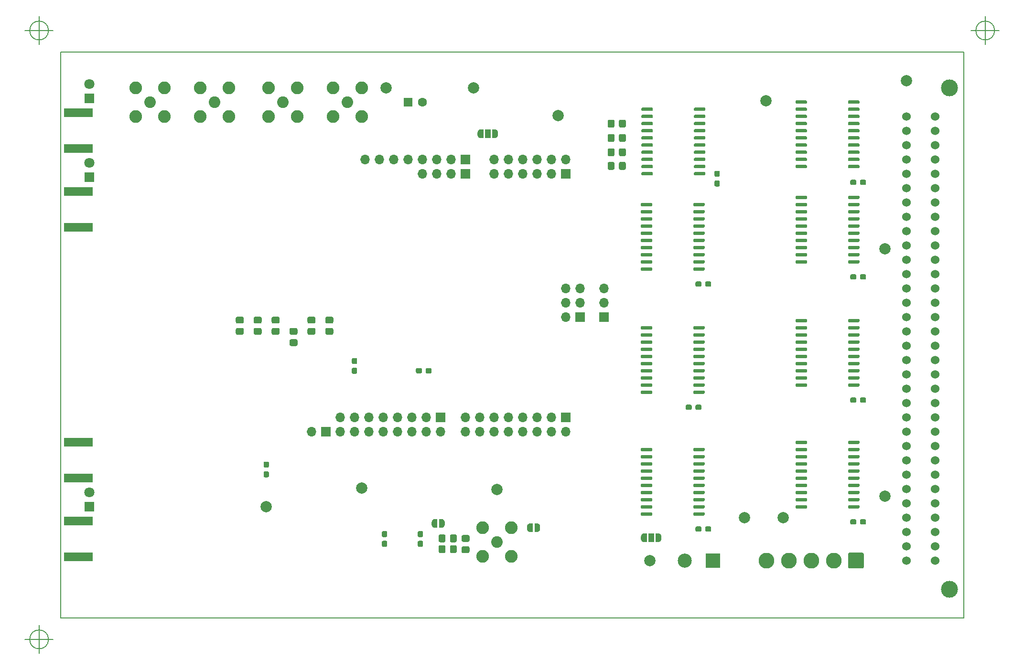
<source format=gbs>
G04 #@! TF.GenerationSoftware,KiCad,Pcbnew,5.1.10-88a1d61d58~88~ubuntu18.04.1*
G04 #@! TF.CreationDate,2022-09-15T09:05:11+02:00*
G04 #@! TF.ProjectId,FPGA_buffer_board,46504741-5f62-4756-9666-65725f626f61,v1.4*
G04 #@! TF.SameCoordinates,Original*
G04 #@! TF.FileFunction,Soldermask,Bot*
G04 #@! TF.FilePolarity,Negative*
%FSLAX46Y46*%
G04 Gerber Fmt 4.6, Leading zero omitted, Abs format (unit mm)*
G04 Created by KiCad (PCBNEW 5.1.10-88a1d61d58~88~ubuntu18.04.1) date 2022-09-15 09:05:11*
%MOMM*%
%LPD*%
G01*
G04 APERTURE LIST*
G04 #@! TA.AperFunction,Profile*
%ADD10C,0.200000*%
G04 #@! TD*
%ADD11C,0.100000*%
%ADD12O,1.700000X1.700000*%
%ADD13R,1.700000X1.700000*%
%ADD14C,2.250000*%
%ADD15C,2.050000*%
%ADD16C,2.500000*%
%ADD17R,2.500000X2.500000*%
%ADD18C,1.600000*%
%ADD19R,1.600000X1.600000*%
%ADD20C,1.800000*%
%ADD21R,1.800000X1.800000*%
%ADD22C,2.000000*%
%ADD23C,2.800000*%
%ADD24R,5.080000X1.500000*%
%ADD25R,1.000000X1.500000*%
%ADD26C,1.524000*%
%ADD27C,3.000000*%
G04 APERTURE END LIST*
D10*
X86756666Y-153670000D02*
G75*
G03*
X86756666Y-153670000I-1666666J0D01*
G01*
X82590000Y-153670000D02*
X87590000Y-153670000D01*
X85090000Y-151170000D02*
X85090000Y-156170000D01*
X254396666Y-45720000D02*
G75*
G03*
X254396666Y-45720000I-1666666J0D01*
G01*
X250230000Y-45720000D02*
X255230000Y-45720000D01*
X252730000Y-43220000D02*
X252730000Y-48220000D01*
X86756666Y-45720000D02*
G75*
G03*
X86756666Y-45720000I-1666666J0D01*
G01*
X82590000Y-45720000D02*
X87590000Y-45720000D01*
X85090000Y-43220000D02*
X85090000Y-48220000D01*
X248920000Y-149860000D02*
X88900000Y-149860000D01*
X248920000Y-49530000D02*
X248920000Y-149860000D01*
X88900000Y-49530000D02*
X248920000Y-49530000D01*
X88900000Y-149860000D02*
X88900000Y-49530000D01*
G36*
G01*
X187852000Y-62680001D02*
X187852000Y-61779999D01*
G75*
G02*
X188101999Y-61530000I249999J0D01*
G01*
X188802001Y-61530000D01*
G75*
G02*
X189052000Y-61779999I0J-249999D01*
G01*
X189052000Y-62680001D01*
G75*
G02*
X188802001Y-62930000I-249999J0D01*
G01*
X188101999Y-62930000D01*
G75*
G02*
X187852000Y-62680001I0J249999D01*
G01*
G37*
G36*
G01*
X185852000Y-62680001D02*
X185852000Y-61779999D01*
G75*
G02*
X186101999Y-61530000I249999J0D01*
G01*
X186802001Y-61530000D01*
G75*
G02*
X187052000Y-61779999I0J-249999D01*
G01*
X187052000Y-62680001D01*
G75*
G02*
X186802001Y-62930000I-249999J0D01*
G01*
X186101999Y-62930000D01*
G75*
G02*
X185852000Y-62680001I0J249999D01*
G01*
G37*
G36*
G01*
X187852000Y-65220001D02*
X187852000Y-64319999D01*
G75*
G02*
X188101999Y-64070000I249999J0D01*
G01*
X188802001Y-64070000D01*
G75*
G02*
X189052000Y-64319999I0J-249999D01*
G01*
X189052000Y-65220001D01*
G75*
G02*
X188802001Y-65470000I-249999J0D01*
G01*
X188101999Y-65470000D01*
G75*
G02*
X187852000Y-65220001I0J249999D01*
G01*
G37*
G36*
G01*
X185852000Y-65220001D02*
X185852000Y-64319999D01*
G75*
G02*
X186101999Y-64070000I249999J0D01*
G01*
X186802001Y-64070000D01*
G75*
G02*
X187052000Y-64319999I0J-249999D01*
G01*
X187052000Y-65220001D01*
G75*
G02*
X186802001Y-65470000I-249999J0D01*
G01*
X186101999Y-65470000D01*
G75*
G02*
X185852000Y-65220001I0J249999D01*
G01*
G37*
G36*
G01*
X187852000Y-67760001D02*
X187852000Y-66859999D01*
G75*
G02*
X188101999Y-66610000I249999J0D01*
G01*
X188802001Y-66610000D01*
G75*
G02*
X189052000Y-66859999I0J-249999D01*
G01*
X189052000Y-67760001D01*
G75*
G02*
X188802001Y-68010000I-249999J0D01*
G01*
X188101999Y-68010000D01*
G75*
G02*
X187852000Y-67760001I0J249999D01*
G01*
G37*
G36*
G01*
X185852000Y-67760001D02*
X185852000Y-66859999D01*
G75*
G02*
X186101999Y-66610000I249999J0D01*
G01*
X186802001Y-66610000D01*
G75*
G02*
X187052000Y-66859999I0J-249999D01*
G01*
X187052000Y-67760001D01*
G75*
G02*
X186802001Y-68010000I-249999J0D01*
G01*
X186101999Y-68010000D01*
G75*
G02*
X185852000Y-67760001I0J249999D01*
G01*
G37*
G36*
G01*
X187852000Y-70173001D02*
X187852000Y-69272999D01*
G75*
G02*
X188101999Y-69023000I249999J0D01*
G01*
X188802001Y-69023000D01*
G75*
G02*
X189052000Y-69272999I0J-249999D01*
G01*
X189052000Y-70173001D01*
G75*
G02*
X188802001Y-70423000I-249999J0D01*
G01*
X188101999Y-70423000D01*
G75*
G02*
X187852000Y-70173001I0J249999D01*
G01*
G37*
G36*
G01*
X185852000Y-70173001D02*
X185852000Y-69272999D01*
G75*
G02*
X186101999Y-69023000I249999J0D01*
G01*
X186802001Y-69023000D01*
G75*
G02*
X187052000Y-69272999I0J-249999D01*
G01*
X187052000Y-70173001D01*
G75*
G02*
X186802001Y-70423000I-249999J0D01*
G01*
X186101999Y-70423000D01*
G75*
G02*
X185852000Y-70173001I0J249999D01*
G01*
G37*
D11*
G36*
X173370000Y-133108602D02*
G01*
X173394534Y-133108602D01*
X173443365Y-133113412D01*
X173491490Y-133122984D01*
X173538445Y-133137228D01*
X173583778Y-133156005D01*
X173627051Y-133179136D01*
X173667850Y-133206396D01*
X173705779Y-133237524D01*
X173740476Y-133272221D01*
X173771604Y-133310150D01*
X173798864Y-133350949D01*
X173821995Y-133394222D01*
X173840772Y-133439555D01*
X173855016Y-133486510D01*
X173864588Y-133534635D01*
X173869398Y-133583466D01*
X173869398Y-133608000D01*
X173870000Y-133608000D01*
X173870000Y-134108000D01*
X173869398Y-134108000D01*
X173869398Y-134132534D01*
X173864588Y-134181365D01*
X173855016Y-134229490D01*
X173840772Y-134276445D01*
X173821995Y-134321778D01*
X173798864Y-134365051D01*
X173771604Y-134405850D01*
X173740476Y-134443779D01*
X173705779Y-134478476D01*
X173667850Y-134509604D01*
X173627051Y-134536864D01*
X173583778Y-134559995D01*
X173538445Y-134578772D01*
X173491490Y-134593016D01*
X173443365Y-134602588D01*
X173394534Y-134607398D01*
X173370000Y-134607398D01*
X173370000Y-134608000D01*
X172870000Y-134608000D01*
X172870000Y-133108000D01*
X173370000Y-133108000D01*
X173370000Y-133108602D01*
G37*
G36*
X172570000Y-134608000D02*
G01*
X172070000Y-134608000D01*
X172070000Y-134607398D01*
X172045466Y-134607398D01*
X171996635Y-134602588D01*
X171948510Y-134593016D01*
X171901555Y-134578772D01*
X171856222Y-134559995D01*
X171812949Y-134536864D01*
X171772150Y-134509604D01*
X171734221Y-134478476D01*
X171699524Y-134443779D01*
X171668396Y-134405850D01*
X171641136Y-134365051D01*
X171618005Y-134321778D01*
X171599228Y-134276445D01*
X171584984Y-134229490D01*
X171575412Y-134181365D01*
X171570602Y-134132534D01*
X171570602Y-134108000D01*
X171570000Y-134108000D01*
X171570000Y-133608000D01*
X171570602Y-133608000D01*
X171570602Y-133583466D01*
X171575412Y-133534635D01*
X171584984Y-133486510D01*
X171599228Y-133439555D01*
X171618005Y-133394222D01*
X171641136Y-133350949D01*
X171668396Y-133310150D01*
X171699524Y-133272221D01*
X171734221Y-133237524D01*
X171772150Y-133206396D01*
X171812949Y-133179136D01*
X171856222Y-133156005D01*
X171901555Y-133137228D01*
X171948510Y-133122984D01*
X171996635Y-133113412D01*
X172045466Y-133108602D01*
X172070000Y-133108602D01*
X172070000Y-133108000D01*
X172570000Y-133108000D01*
X172570000Y-134608000D01*
G37*
D12*
X178435000Y-91440000D03*
X180975000Y-91440000D03*
X178435000Y-93980000D03*
X180975000Y-93980000D03*
X178435000Y-96520000D03*
D13*
X180975000Y-96520000D03*
G36*
G01*
X157896000Y-136213001D02*
X157896000Y-135312999D01*
G75*
G02*
X158145999Y-135063000I249999J0D01*
G01*
X158846001Y-135063000D01*
G75*
G02*
X159096000Y-135312999I0J-249999D01*
G01*
X159096000Y-136213001D01*
G75*
G02*
X158846001Y-136463000I-249999J0D01*
G01*
X158145999Y-136463000D01*
G75*
G02*
X157896000Y-136213001I0J249999D01*
G01*
G37*
G36*
G01*
X155896000Y-136213001D02*
X155896000Y-135312999D01*
G75*
G02*
X156145999Y-135063000I249999J0D01*
G01*
X156846001Y-135063000D01*
G75*
G02*
X157096000Y-135312999I0J-249999D01*
G01*
X157096000Y-136213001D01*
G75*
G02*
X156846001Y-136463000I-249999J0D01*
G01*
X156145999Y-136463000D01*
G75*
G02*
X155896000Y-136213001I0J249999D01*
G01*
G37*
G36*
G01*
X157896000Y-138118001D02*
X157896000Y-137217999D01*
G75*
G02*
X158145999Y-136968000I249999J0D01*
G01*
X158846001Y-136968000D01*
G75*
G02*
X159096000Y-137217999I0J-249999D01*
G01*
X159096000Y-138118001D01*
G75*
G02*
X158846001Y-138368000I-249999J0D01*
G01*
X158145999Y-138368000D01*
G75*
G02*
X157896000Y-138118001I0J249999D01*
G01*
G37*
G36*
G01*
X155896000Y-138118001D02*
X155896000Y-137217999D01*
G75*
G02*
X156145999Y-136968000I249999J0D01*
G01*
X156846001Y-136968000D01*
G75*
G02*
X157096000Y-137217999I0J-249999D01*
G01*
X157096000Y-138118001D01*
G75*
G02*
X156846001Y-138368000I-249999J0D01*
G01*
X156145999Y-138368000D01*
G75*
G02*
X155896000Y-138118001I0J249999D01*
G01*
G37*
G36*
G01*
X160204999Y-137179000D02*
X161105001Y-137179000D01*
G75*
G02*
X161355000Y-137428999I0J-249999D01*
G01*
X161355000Y-138129001D01*
G75*
G02*
X161105001Y-138379000I-249999J0D01*
G01*
X160204999Y-138379000D01*
G75*
G02*
X159955000Y-138129001I0J249999D01*
G01*
X159955000Y-137428999D01*
G75*
G02*
X160204999Y-137179000I249999J0D01*
G01*
G37*
G36*
G01*
X160204999Y-135179000D02*
X161105001Y-135179000D01*
G75*
G02*
X161355000Y-135428999I0J-249999D01*
G01*
X161355000Y-136129001D01*
G75*
G02*
X161105001Y-136379000I-249999J0D01*
G01*
X160204999Y-136379000D01*
G75*
G02*
X159955000Y-136129001I0J249999D01*
G01*
X159955000Y-135428999D01*
G75*
G02*
X160204999Y-135179000I249999J0D01*
G01*
G37*
D11*
G36*
X156464000Y-132346602D02*
G01*
X156488534Y-132346602D01*
X156537365Y-132351412D01*
X156585490Y-132360984D01*
X156632445Y-132375228D01*
X156677778Y-132394005D01*
X156721051Y-132417136D01*
X156761850Y-132444396D01*
X156799779Y-132475524D01*
X156834476Y-132510221D01*
X156865604Y-132548150D01*
X156892864Y-132588949D01*
X156915995Y-132632222D01*
X156934772Y-132677555D01*
X156949016Y-132724510D01*
X156958588Y-132772635D01*
X156963398Y-132821466D01*
X156963398Y-132846000D01*
X156964000Y-132846000D01*
X156964000Y-133346000D01*
X156963398Y-133346000D01*
X156963398Y-133370534D01*
X156958588Y-133419365D01*
X156949016Y-133467490D01*
X156934772Y-133514445D01*
X156915995Y-133559778D01*
X156892864Y-133603051D01*
X156865604Y-133643850D01*
X156834476Y-133681779D01*
X156799779Y-133716476D01*
X156761850Y-133747604D01*
X156721051Y-133774864D01*
X156677778Y-133797995D01*
X156632445Y-133816772D01*
X156585490Y-133831016D01*
X156537365Y-133840588D01*
X156488534Y-133845398D01*
X156464000Y-133845398D01*
X156464000Y-133846000D01*
X155964000Y-133846000D01*
X155964000Y-132346000D01*
X156464000Y-132346000D01*
X156464000Y-132346602D01*
G37*
G36*
X155664000Y-133846000D02*
G01*
X155164000Y-133846000D01*
X155164000Y-133845398D01*
X155139466Y-133845398D01*
X155090635Y-133840588D01*
X155042510Y-133831016D01*
X154995555Y-133816772D01*
X154950222Y-133797995D01*
X154906949Y-133774864D01*
X154866150Y-133747604D01*
X154828221Y-133716476D01*
X154793524Y-133681779D01*
X154762396Y-133643850D01*
X154735136Y-133603051D01*
X154712005Y-133559778D01*
X154693228Y-133514445D01*
X154678984Y-133467490D01*
X154669412Y-133419365D01*
X154664602Y-133370534D01*
X154664602Y-133346000D01*
X154664000Y-133346000D01*
X154664000Y-132846000D01*
X154664602Y-132846000D01*
X154664602Y-132821466D01*
X154669412Y-132772635D01*
X154678984Y-132724510D01*
X154693228Y-132677555D01*
X154712005Y-132632222D01*
X154735136Y-132588949D01*
X154762396Y-132548150D01*
X154793524Y-132510221D01*
X154828221Y-132475524D01*
X154866150Y-132444396D01*
X154906949Y-132417136D01*
X154950222Y-132394005D01*
X154995555Y-132375228D01*
X155042510Y-132360984D01*
X155090635Y-132351412D01*
X155139466Y-132346602D01*
X155164000Y-132346602D01*
X155164000Y-132346000D01*
X155664000Y-132346000D01*
X155664000Y-133846000D01*
G37*
D14*
X163703000Y-138938000D03*
X163703000Y-133858000D03*
X168783000Y-133858000D03*
X168783000Y-138938000D03*
D15*
X166243000Y-136398000D03*
D16*
X199470000Y-139700000D03*
D17*
X204470000Y-139700000D03*
D18*
X152995000Y-58420000D03*
D19*
X150495000Y-58420000D03*
D20*
X93980000Y-127635000D03*
D21*
X93980000Y-130175000D03*
D20*
X93980000Y-69215000D03*
D21*
X93980000Y-71755000D03*
D20*
X93980000Y-55245000D03*
D21*
X93980000Y-57785000D03*
D22*
X210058000Y-132080000D03*
X213868000Y-58166000D03*
X177038000Y-60833000D03*
X146558000Y-55880000D03*
D12*
X165735000Y-68580000D03*
X165735000Y-71120000D03*
X168275000Y-68580000D03*
X168275000Y-71120000D03*
X170815000Y-68580000D03*
X170815000Y-71120000D03*
X173355000Y-68580000D03*
X173355000Y-71120000D03*
X175895000Y-68580000D03*
X175895000Y-71120000D03*
X178435000Y-68580000D03*
D13*
X178435000Y-71120000D03*
G36*
G01*
X201110000Y-71270000D02*
X201110000Y-70970000D01*
G75*
G02*
X201260000Y-70820000I150000J0D01*
G01*
X203010000Y-70820000D01*
G75*
G02*
X203160000Y-70970000I0J-150000D01*
G01*
X203160000Y-71270000D01*
G75*
G02*
X203010000Y-71420000I-150000J0D01*
G01*
X201260000Y-71420000D01*
G75*
G02*
X201110000Y-71270000I0J150000D01*
G01*
G37*
G36*
G01*
X201110000Y-70000000D02*
X201110000Y-69700000D01*
G75*
G02*
X201260000Y-69550000I150000J0D01*
G01*
X203010000Y-69550000D01*
G75*
G02*
X203160000Y-69700000I0J-150000D01*
G01*
X203160000Y-70000000D01*
G75*
G02*
X203010000Y-70150000I-150000J0D01*
G01*
X201260000Y-70150000D01*
G75*
G02*
X201110000Y-70000000I0J150000D01*
G01*
G37*
G36*
G01*
X201110000Y-68730000D02*
X201110000Y-68430000D01*
G75*
G02*
X201260000Y-68280000I150000J0D01*
G01*
X203010000Y-68280000D01*
G75*
G02*
X203160000Y-68430000I0J-150000D01*
G01*
X203160000Y-68730000D01*
G75*
G02*
X203010000Y-68880000I-150000J0D01*
G01*
X201260000Y-68880000D01*
G75*
G02*
X201110000Y-68730000I0J150000D01*
G01*
G37*
G36*
G01*
X201110000Y-67460000D02*
X201110000Y-67160000D01*
G75*
G02*
X201260000Y-67010000I150000J0D01*
G01*
X203010000Y-67010000D01*
G75*
G02*
X203160000Y-67160000I0J-150000D01*
G01*
X203160000Y-67460000D01*
G75*
G02*
X203010000Y-67610000I-150000J0D01*
G01*
X201260000Y-67610000D01*
G75*
G02*
X201110000Y-67460000I0J150000D01*
G01*
G37*
G36*
G01*
X201110000Y-66190000D02*
X201110000Y-65890000D01*
G75*
G02*
X201260000Y-65740000I150000J0D01*
G01*
X203010000Y-65740000D01*
G75*
G02*
X203160000Y-65890000I0J-150000D01*
G01*
X203160000Y-66190000D01*
G75*
G02*
X203010000Y-66340000I-150000J0D01*
G01*
X201260000Y-66340000D01*
G75*
G02*
X201110000Y-66190000I0J150000D01*
G01*
G37*
G36*
G01*
X201110000Y-64920000D02*
X201110000Y-64620000D01*
G75*
G02*
X201260000Y-64470000I150000J0D01*
G01*
X203010000Y-64470000D01*
G75*
G02*
X203160000Y-64620000I0J-150000D01*
G01*
X203160000Y-64920000D01*
G75*
G02*
X203010000Y-65070000I-150000J0D01*
G01*
X201260000Y-65070000D01*
G75*
G02*
X201110000Y-64920000I0J150000D01*
G01*
G37*
G36*
G01*
X201110000Y-63650000D02*
X201110000Y-63350000D01*
G75*
G02*
X201260000Y-63200000I150000J0D01*
G01*
X203010000Y-63200000D01*
G75*
G02*
X203160000Y-63350000I0J-150000D01*
G01*
X203160000Y-63650000D01*
G75*
G02*
X203010000Y-63800000I-150000J0D01*
G01*
X201260000Y-63800000D01*
G75*
G02*
X201110000Y-63650000I0J150000D01*
G01*
G37*
G36*
G01*
X201110000Y-62380000D02*
X201110000Y-62080000D01*
G75*
G02*
X201260000Y-61930000I150000J0D01*
G01*
X203010000Y-61930000D01*
G75*
G02*
X203160000Y-62080000I0J-150000D01*
G01*
X203160000Y-62380000D01*
G75*
G02*
X203010000Y-62530000I-150000J0D01*
G01*
X201260000Y-62530000D01*
G75*
G02*
X201110000Y-62380000I0J150000D01*
G01*
G37*
G36*
G01*
X201110000Y-61110000D02*
X201110000Y-60810000D01*
G75*
G02*
X201260000Y-60660000I150000J0D01*
G01*
X203010000Y-60660000D01*
G75*
G02*
X203160000Y-60810000I0J-150000D01*
G01*
X203160000Y-61110000D01*
G75*
G02*
X203010000Y-61260000I-150000J0D01*
G01*
X201260000Y-61260000D01*
G75*
G02*
X201110000Y-61110000I0J150000D01*
G01*
G37*
G36*
G01*
X201110000Y-59840000D02*
X201110000Y-59540000D01*
G75*
G02*
X201260000Y-59390000I150000J0D01*
G01*
X203010000Y-59390000D01*
G75*
G02*
X203160000Y-59540000I0J-150000D01*
G01*
X203160000Y-59840000D01*
G75*
G02*
X203010000Y-59990000I-150000J0D01*
G01*
X201260000Y-59990000D01*
G75*
G02*
X201110000Y-59840000I0J150000D01*
G01*
G37*
G36*
G01*
X191810000Y-59840000D02*
X191810000Y-59540000D01*
G75*
G02*
X191960000Y-59390000I150000J0D01*
G01*
X193710000Y-59390000D01*
G75*
G02*
X193860000Y-59540000I0J-150000D01*
G01*
X193860000Y-59840000D01*
G75*
G02*
X193710000Y-59990000I-150000J0D01*
G01*
X191960000Y-59990000D01*
G75*
G02*
X191810000Y-59840000I0J150000D01*
G01*
G37*
G36*
G01*
X191810000Y-61110000D02*
X191810000Y-60810000D01*
G75*
G02*
X191960000Y-60660000I150000J0D01*
G01*
X193710000Y-60660000D01*
G75*
G02*
X193860000Y-60810000I0J-150000D01*
G01*
X193860000Y-61110000D01*
G75*
G02*
X193710000Y-61260000I-150000J0D01*
G01*
X191960000Y-61260000D01*
G75*
G02*
X191810000Y-61110000I0J150000D01*
G01*
G37*
G36*
G01*
X191810000Y-62380000D02*
X191810000Y-62080000D01*
G75*
G02*
X191960000Y-61930000I150000J0D01*
G01*
X193710000Y-61930000D01*
G75*
G02*
X193860000Y-62080000I0J-150000D01*
G01*
X193860000Y-62380000D01*
G75*
G02*
X193710000Y-62530000I-150000J0D01*
G01*
X191960000Y-62530000D01*
G75*
G02*
X191810000Y-62380000I0J150000D01*
G01*
G37*
G36*
G01*
X191810000Y-63650000D02*
X191810000Y-63350000D01*
G75*
G02*
X191960000Y-63200000I150000J0D01*
G01*
X193710000Y-63200000D01*
G75*
G02*
X193860000Y-63350000I0J-150000D01*
G01*
X193860000Y-63650000D01*
G75*
G02*
X193710000Y-63800000I-150000J0D01*
G01*
X191960000Y-63800000D01*
G75*
G02*
X191810000Y-63650000I0J150000D01*
G01*
G37*
G36*
G01*
X191810000Y-64920000D02*
X191810000Y-64620000D01*
G75*
G02*
X191960000Y-64470000I150000J0D01*
G01*
X193710000Y-64470000D01*
G75*
G02*
X193860000Y-64620000I0J-150000D01*
G01*
X193860000Y-64920000D01*
G75*
G02*
X193710000Y-65070000I-150000J0D01*
G01*
X191960000Y-65070000D01*
G75*
G02*
X191810000Y-64920000I0J150000D01*
G01*
G37*
G36*
G01*
X191810000Y-66190000D02*
X191810000Y-65890000D01*
G75*
G02*
X191960000Y-65740000I150000J0D01*
G01*
X193710000Y-65740000D01*
G75*
G02*
X193860000Y-65890000I0J-150000D01*
G01*
X193860000Y-66190000D01*
G75*
G02*
X193710000Y-66340000I-150000J0D01*
G01*
X191960000Y-66340000D01*
G75*
G02*
X191810000Y-66190000I0J150000D01*
G01*
G37*
G36*
G01*
X191810000Y-67460000D02*
X191810000Y-67160000D01*
G75*
G02*
X191960000Y-67010000I150000J0D01*
G01*
X193710000Y-67010000D01*
G75*
G02*
X193860000Y-67160000I0J-150000D01*
G01*
X193860000Y-67460000D01*
G75*
G02*
X193710000Y-67610000I-150000J0D01*
G01*
X191960000Y-67610000D01*
G75*
G02*
X191810000Y-67460000I0J150000D01*
G01*
G37*
G36*
G01*
X191810000Y-68730000D02*
X191810000Y-68430000D01*
G75*
G02*
X191960000Y-68280000I150000J0D01*
G01*
X193710000Y-68280000D01*
G75*
G02*
X193860000Y-68430000I0J-150000D01*
G01*
X193860000Y-68730000D01*
G75*
G02*
X193710000Y-68880000I-150000J0D01*
G01*
X191960000Y-68880000D01*
G75*
G02*
X191810000Y-68730000I0J150000D01*
G01*
G37*
G36*
G01*
X191810000Y-70000000D02*
X191810000Y-69700000D01*
G75*
G02*
X191960000Y-69550000I150000J0D01*
G01*
X193710000Y-69550000D01*
G75*
G02*
X193860000Y-69700000I0J-150000D01*
G01*
X193860000Y-70000000D01*
G75*
G02*
X193710000Y-70150000I-150000J0D01*
G01*
X191960000Y-70150000D01*
G75*
G02*
X191810000Y-70000000I0J150000D01*
G01*
G37*
G36*
G01*
X191810000Y-71270000D02*
X191810000Y-70970000D01*
G75*
G02*
X191960000Y-70820000I150000J0D01*
G01*
X193710000Y-70820000D01*
G75*
G02*
X193860000Y-70970000I0J-150000D01*
G01*
X193860000Y-71270000D01*
G75*
G02*
X193710000Y-71420000I-150000J0D01*
G01*
X191960000Y-71420000D01*
G75*
G02*
X191810000Y-71270000I0J150000D01*
G01*
G37*
G36*
G01*
X219115000Y-108735000D02*
X219115000Y-108435000D01*
G75*
G02*
X219265000Y-108285000I150000J0D01*
G01*
X221015000Y-108285000D01*
G75*
G02*
X221165000Y-108435000I0J-150000D01*
G01*
X221165000Y-108735000D01*
G75*
G02*
X221015000Y-108885000I-150000J0D01*
G01*
X219265000Y-108885000D01*
G75*
G02*
X219115000Y-108735000I0J150000D01*
G01*
G37*
G36*
G01*
X219115000Y-107465000D02*
X219115000Y-107165000D01*
G75*
G02*
X219265000Y-107015000I150000J0D01*
G01*
X221015000Y-107015000D01*
G75*
G02*
X221165000Y-107165000I0J-150000D01*
G01*
X221165000Y-107465000D01*
G75*
G02*
X221015000Y-107615000I-150000J0D01*
G01*
X219265000Y-107615000D01*
G75*
G02*
X219115000Y-107465000I0J150000D01*
G01*
G37*
G36*
G01*
X219115000Y-106195000D02*
X219115000Y-105895000D01*
G75*
G02*
X219265000Y-105745000I150000J0D01*
G01*
X221015000Y-105745000D01*
G75*
G02*
X221165000Y-105895000I0J-150000D01*
G01*
X221165000Y-106195000D01*
G75*
G02*
X221015000Y-106345000I-150000J0D01*
G01*
X219265000Y-106345000D01*
G75*
G02*
X219115000Y-106195000I0J150000D01*
G01*
G37*
G36*
G01*
X219115000Y-104925000D02*
X219115000Y-104625000D01*
G75*
G02*
X219265000Y-104475000I150000J0D01*
G01*
X221015000Y-104475000D01*
G75*
G02*
X221165000Y-104625000I0J-150000D01*
G01*
X221165000Y-104925000D01*
G75*
G02*
X221015000Y-105075000I-150000J0D01*
G01*
X219265000Y-105075000D01*
G75*
G02*
X219115000Y-104925000I0J150000D01*
G01*
G37*
G36*
G01*
X219115000Y-103655000D02*
X219115000Y-103355000D01*
G75*
G02*
X219265000Y-103205000I150000J0D01*
G01*
X221015000Y-103205000D01*
G75*
G02*
X221165000Y-103355000I0J-150000D01*
G01*
X221165000Y-103655000D01*
G75*
G02*
X221015000Y-103805000I-150000J0D01*
G01*
X219265000Y-103805000D01*
G75*
G02*
X219115000Y-103655000I0J150000D01*
G01*
G37*
G36*
G01*
X219115000Y-102385000D02*
X219115000Y-102085000D01*
G75*
G02*
X219265000Y-101935000I150000J0D01*
G01*
X221015000Y-101935000D01*
G75*
G02*
X221165000Y-102085000I0J-150000D01*
G01*
X221165000Y-102385000D01*
G75*
G02*
X221015000Y-102535000I-150000J0D01*
G01*
X219265000Y-102535000D01*
G75*
G02*
X219115000Y-102385000I0J150000D01*
G01*
G37*
G36*
G01*
X219115000Y-101115000D02*
X219115000Y-100815000D01*
G75*
G02*
X219265000Y-100665000I150000J0D01*
G01*
X221015000Y-100665000D01*
G75*
G02*
X221165000Y-100815000I0J-150000D01*
G01*
X221165000Y-101115000D01*
G75*
G02*
X221015000Y-101265000I-150000J0D01*
G01*
X219265000Y-101265000D01*
G75*
G02*
X219115000Y-101115000I0J150000D01*
G01*
G37*
G36*
G01*
X219115000Y-99845000D02*
X219115000Y-99545000D01*
G75*
G02*
X219265000Y-99395000I150000J0D01*
G01*
X221015000Y-99395000D01*
G75*
G02*
X221165000Y-99545000I0J-150000D01*
G01*
X221165000Y-99845000D01*
G75*
G02*
X221015000Y-99995000I-150000J0D01*
G01*
X219265000Y-99995000D01*
G75*
G02*
X219115000Y-99845000I0J150000D01*
G01*
G37*
G36*
G01*
X219115000Y-98575000D02*
X219115000Y-98275000D01*
G75*
G02*
X219265000Y-98125000I150000J0D01*
G01*
X221015000Y-98125000D01*
G75*
G02*
X221165000Y-98275000I0J-150000D01*
G01*
X221165000Y-98575000D01*
G75*
G02*
X221015000Y-98725000I-150000J0D01*
G01*
X219265000Y-98725000D01*
G75*
G02*
X219115000Y-98575000I0J150000D01*
G01*
G37*
G36*
G01*
X219115000Y-97305000D02*
X219115000Y-97005000D01*
G75*
G02*
X219265000Y-96855000I150000J0D01*
G01*
X221015000Y-96855000D01*
G75*
G02*
X221165000Y-97005000I0J-150000D01*
G01*
X221165000Y-97305000D01*
G75*
G02*
X221015000Y-97455000I-150000J0D01*
G01*
X219265000Y-97455000D01*
G75*
G02*
X219115000Y-97305000I0J150000D01*
G01*
G37*
G36*
G01*
X228415000Y-97305000D02*
X228415000Y-97005000D01*
G75*
G02*
X228565000Y-96855000I150000J0D01*
G01*
X230315000Y-96855000D01*
G75*
G02*
X230465000Y-97005000I0J-150000D01*
G01*
X230465000Y-97305000D01*
G75*
G02*
X230315000Y-97455000I-150000J0D01*
G01*
X228565000Y-97455000D01*
G75*
G02*
X228415000Y-97305000I0J150000D01*
G01*
G37*
G36*
G01*
X228415000Y-98575000D02*
X228415000Y-98275000D01*
G75*
G02*
X228565000Y-98125000I150000J0D01*
G01*
X230315000Y-98125000D01*
G75*
G02*
X230465000Y-98275000I0J-150000D01*
G01*
X230465000Y-98575000D01*
G75*
G02*
X230315000Y-98725000I-150000J0D01*
G01*
X228565000Y-98725000D01*
G75*
G02*
X228415000Y-98575000I0J150000D01*
G01*
G37*
G36*
G01*
X228415000Y-99845000D02*
X228415000Y-99545000D01*
G75*
G02*
X228565000Y-99395000I150000J0D01*
G01*
X230315000Y-99395000D01*
G75*
G02*
X230465000Y-99545000I0J-150000D01*
G01*
X230465000Y-99845000D01*
G75*
G02*
X230315000Y-99995000I-150000J0D01*
G01*
X228565000Y-99995000D01*
G75*
G02*
X228415000Y-99845000I0J150000D01*
G01*
G37*
G36*
G01*
X228415000Y-101115000D02*
X228415000Y-100815000D01*
G75*
G02*
X228565000Y-100665000I150000J0D01*
G01*
X230315000Y-100665000D01*
G75*
G02*
X230465000Y-100815000I0J-150000D01*
G01*
X230465000Y-101115000D01*
G75*
G02*
X230315000Y-101265000I-150000J0D01*
G01*
X228565000Y-101265000D01*
G75*
G02*
X228415000Y-101115000I0J150000D01*
G01*
G37*
G36*
G01*
X228415000Y-102385000D02*
X228415000Y-102085000D01*
G75*
G02*
X228565000Y-101935000I150000J0D01*
G01*
X230315000Y-101935000D01*
G75*
G02*
X230465000Y-102085000I0J-150000D01*
G01*
X230465000Y-102385000D01*
G75*
G02*
X230315000Y-102535000I-150000J0D01*
G01*
X228565000Y-102535000D01*
G75*
G02*
X228415000Y-102385000I0J150000D01*
G01*
G37*
G36*
G01*
X228415000Y-103655000D02*
X228415000Y-103355000D01*
G75*
G02*
X228565000Y-103205000I150000J0D01*
G01*
X230315000Y-103205000D01*
G75*
G02*
X230465000Y-103355000I0J-150000D01*
G01*
X230465000Y-103655000D01*
G75*
G02*
X230315000Y-103805000I-150000J0D01*
G01*
X228565000Y-103805000D01*
G75*
G02*
X228415000Y-103655000I0J150000D01*
G01*
G37*
G36*
G01*
X228415000Y-104925000D02*
X228415000Y-104625000D01*
G75*
G02*
X228565000Y-104475000I150000J0D01*
G01*
X230315000Y-104475000D01*
G75*
G02*
X230465000Y-104625000I0J-150000D01*
G01*
X230465000Y-104925000D01*
G75*
G02*
X230315000Y-105075000I-150000J0D01*
G01*
X228565000Y-105075000D01*
G75*
G02*
X228415000Y-104925000I0J150000D01*
G01*
G37*
G36*
G01*
X228415000Y-106195000D02*
X228415000Y-105895000D01*
G75*
G02*
X228565000Y-105745000I150000J0D01*
G01*
X230315000Y-105745000D01*
G75*
G02*
X230465000Y-105895000I0J-150000D01*
G01*
X230465000Y-106195000D01*
G75*
G02*
X230315000Y-106345000I-150000J0D01*
G01*
X228565000Y-106345000D01*
G75*
G02*
X228415000Y-106195000I0J150000D01*
G01*
G37*
G36*
G01*
X228415000Y-107465000D02*
X228415000Y-107165000D01*
G75*
G02*
X228565000Y-107015000I150000J0D01*
G01*
X230315000Y-107015000D01*
G75*
G02*
X230465000Y-107165000I0J-150000D01*
G01*
X230465000Y-107465000D01*
G75*
G02*
X230315000Y-107615000I-150000J0D01*
G01*
X228565000Y-107615000D01*
G75*
G02*
X228415000Y-107465000I0J150000D01*
G01*
G37*
G36*
G01*
X228415000Y-108735000D02*
X228415000Y-108435000D01*
G75*
G02*
X228565000Y-108285000I150000J0D01*
G01*
X230315000Y-108285000D01*
G75*
G02*
X230465000Y-108435000I0J-150000D01*
G01*
X230465000Y-108735000D01*
G75*
G02*
X230315000Y-108885000I-150000J0D01*
G01*
X228565000Y-108885000D01*
G75*
G02*
X228415000Y-108735000I0J150000D01*
G01*
G37*
G36*
G01*
X219115000Y-130325000D02*
X219115000Y-130025000D01*
G75*
G02*
X219265000Y-129875000I150000J0D01*
G01*
X221015000Y-129875000D01*
G75*
G02*
X221165000Y-130025000I0J-150000D01*
G01*
X221165000Y-130325000D01*
G75*
G02*
X221015000Y-130475000I-150000J0D01*
G01*
X219265000Y-130475000D01*
G75*
G02*
X219115000Y-130325000I0J150000D01*
G01*
G37*
G36*
G01*
X219115000Y-129055000D02*
X219115000Y-128755000D01*
G75*
G02*
X219265000Y-128605000I150000J0D01*
G01*
X221015000Y-128605000D01*
G75*
G02*
X221165000Y-128755000I0J-150000D01*
G01*
X221165000Y-129055000D01*
G75*
G02*
X221015000Y-129205000I-150000J0D01*
G01*
X219265000Y-129205000D01*
G75*
G02*
X219115000Y-129055000I0J150000D01*
G01*
G37*
G36*
G01*
X219115000Y-127785000D02*
X219115000Y-127485000D01*
G75*
G02*
X219265000Y-127335000I150000J0D01*
G01*
X221015000Y-127335000D01*
G75*
G02*
X221165000Y-127485000I0J-150000D01*
G01*
X221165000Y-127785000D01*
G75*
G02*
X221015000Y-127935000I-150000J0D01*
G01*
X219265000Y-127935000D01*
G75*
G02*
X219115000Y-127785000I0J150000D01*
G01*
G37*
G36*
G01*
X219115000Y-126515000D02*
X219115000Y-126215000D01*
G75*
G02*
X219265000Y-126065000I150000J0D01*
G01*
X221015000Y-126065000D01*
G75*
G02*
X221165000Y-126215000I0J-150000D01*
G01*
X221165000Y-126515000D01*
G75*
G02*
X221015000Y-126665000I-150000J0D01*
G01*
X219265000Y-126665000D01*
G75*
G02*
X219115000Y-126515000I0J150000D01*
G01*
G37*
G36*
G01*
X219115000Y-125245000D02*
X219115000Y-124945000D01*
G75*
G02*
X219265000Y-124795000I150000J0D01*
G01*
X221015000Y-124795000D01*
G75*
G02*
X221165000Y-124945000I0J-150000D01*
G01*
X221165000Y-125245000D01*
G75*
G02*
X221015000Y-125395000I-150000J0D01*
G01*
X219265000Y-125395000D01*
G75*
G02*
X219115000Y-125245000I0J150000D01*
G01*
G37*
G36*
G01*
X219115000Y-123975000D02*
X219115000Y-123675000D01*
G75*
G02*
X219265000Y-123525000I150000J0D01*
G01*
X221015000Y-123525000D01*
G75*
G02*
X221165000Y-123675000I0J-150000D01*
G01*
X221165000Y-123975000D01*
G75*
G02*
X221015000Y-124125000I-150000J0D01*
G01*
X219265000Y-124125000D01*
G75*
G02*
X219115000Y-123975000I0J150000D01*
G01*
G37*
G36*
G01*
X219115000Y-122705000D02*
X219115000Y-122405000D01*
G75*
G02*
X219265000Y-122255000I150000J0D01*
G01*
X221015000Y-122255000D01*
G75*
G02*
X221165000Y-122405000I0J-150000D01*
G01*
X221165000Y-122705000D01*
G75*
G02*
X221015000Y-122855000I-150000J0D01*
G01*
X219265000Y-122855000D01*
G75*
G02*
X219115000Y-122705000I0J150000D01*
G01*
G37*
G36*
G01*
X219115000Y-121435000D02*
X219115000Y-121135000D01*
G75*
G02*
X219265000Y-120985000I150000J0D01*
G01*
X221015000Y-120985000D01*
G75*
G02*
X221165000Y-121135000I0J-150000D01*
G01*
X221165000Y-121435000D01*
G75*
G02*
X221015000Y-121585000I-150000J0D01*
G01*
X219265000Y-121585000D01*
G75*
G02*
X219115000Y-121435000I0J150000D01*
G01*
G37*
G36*
G01*
X219115000Y-120165000D02*
X219115000Y-119865000D01*
G75*
G02*
X219265000Y-119715000I150000J0D01*
G01*
X221015000Y-119715000D01*
G75*
G02*
X221165000Y-119865000I0J-150000D01*
G01*
X221165000Y-120165000D01*
G75*
G02*
X221015000Y-120315000I-150000J0D01*
G01*
X219265000Y-120315000D01*
G75*
G02*
X219115000Y-120165000I0J150000D01*
G01*
G37*
G36*
G01*
X219115000Y-118895000D02*
X219115000Y-118595000D01*
G75*
G02*
X219265000Y-118445000I150000J0D01*
G01*
X221015000Y-118445000D01*
G75*
G02*
X221165000Y-118595000I0J-150000D01*
G01*
X221165000Y-118895000D01*
G75*
G02*
X221015000Y-119045000I-150000J0D01*
G01*
X219265000Y-119045000D01*
G75*
G02*
X219115000Y-118895000I0J150000D01*
G01*
G37*
G36*
G01*
X228415000Y-118895000D02*
X228415000Y-118595000D01*
G75*
G02*
X228565000Y-118445000I150000J0D01*
G01*
X230315000Y-118445000D01*
G75*
G02*
X230465000Y-118595000I0J-150000D01*
G01*
X230465000Y-118895000D01*
G75*
G02*
X230315000Y-119045000I-150000J0D01*
G01*
X228565000Y-119045000D01*
G75*
G02*
X228415000Y-118895000I0J150000D01*
G01*
G37*
G36*
G01*
X228415000Y-120165000D02*
X228415000Y-119865000D01*
G75*
G02*
X228565000Y-119715000I150000J0D01*
G01*
X230315000Y-119715000D01*
G75*
G02*
X230465000Y-119865000I0J-150000D01*
G01*
X230465000Y-120165000D01*
G75*
G02*
X230315000Y-120315000I-150000J0D01*
G01*
X228565000Y-120315000D01*
G75*
G02*
X228415000Y-120165000I0J150000D01*
G01*
G37*
G36*
G01*
X228415000Y-121435000D02*
X228415000Y-121135000D01*
G75*
G02*
X228565000Y-120985000I150000J0D01*
G01*
X230315000Y-120985000D01*
G75*
G02*
X230465000Y-121135000I0J-150000D01*
G01*
X230465000Y-121435000D01*
G75*
G02*
X230315000Y-121585000I-150000J0D01*
G01*
X228565000Y-121585000D01*
G75*
G02*
X228415000Y-121435000I0J150000D01*
G01*
G37*
G36*
G01*
X228415000Y-122705000D02*
X228415000Y-122405000D01*
G75*
G02*
X228565000Y-122255000I150000J0D01*
G01*
X230315000Y-122255000D01*
G75*
G02*
X230465000Y-122405000I0J-150000D01*
G01*
X230465000Y-122705000D01*
G75*
G02*
X230315000Y-122855000I-150000J0D01*
G01*
X228565000Y-122855000D01*
G75*
G02*
X228415000Y-122705000I0J150000D01*
G01*
G37*
G36*
G01*
X228415000Y-123975000D02*
X228415000Y-123675000D01*
G75*
G02*
X228565000Y-123525000I150000J0D01*
G01*
X230315000Y-123525000D01*
G75*
G02*
X230465000Y-123675000I0J-150000D01*
G01*
X230465000Y-123975000D01*
G75*
G02*
X230315000Y-124125000I-150000J0D01*
G01*
X228565000Y-124125000D01*
G75*
G02*
X228415000Y-123975000I0J150000D01*
G01*
G37*
G36*
G01*
X228415000Y-125245000D02*
X228415000Y-124945000D01*
G75*
G02*
X228565000Y-124795000I150000J0D01*
G01*
X230315000Y-124795000D01*
G75*
G02*
X230465000Y-124945000I0J-150000D01*
G01*
X230465000Y-125245000D01*
G75*
G02*
X230315000Y-125395000I-150000J0D01*
G01*
X228565000Y-125395000D01*
G75*
G02*
X228415000Y-125245000I0J150000D01*
G01*
G37*
G36*
G01*
X228415000Y-126515000D02*
X228415000Y-126215000D01*
G75*
G02*
X228565000Y-126065000I150000J0D01*
G01*
X230315000Y-126065000D01*
G75*
G02*
X230465000Y-126215000I0J-150000D01*
G01*
X230465000Y-126515000D01*
G75*
G02*
X230315000Y-126665000I-150000J0D01*
G01*
X228565000Y-126665000D01*
G75*
G02*
X228415000Y-126515000I0J150000D01*
G01*
G37*
G36*
G01*
X228415000Y-127785000D02*
X228415000Y-127485000D01*
G75*
G02*
X228565000Y-127335000I150000J0D01*
G01*
X230315000Y-127335000D01*
G75*
G02*
X230465000Y-127485000I0J-150000D01*
G01*
X230465000Y-127785000D01*
G75*
G02*
X230315000Y-127935000I-150000J0D01*
G01*
X228565000Y-127935000D01*
G75*
G02*
X228415000Y-127785000I0J150000D01*
G01*
G37*
G36*
G01*
X228415000Y-129055000D02*
X228415000Y-128755000D01*
G75*
G02*
X228565000Y-128605000I150000J0D01*
G01*
X230315000Y-128605000D01*
G75*
G02*
X230465000Y-128755000I0J-150000D01*
G01*
X230465000Y-129055000D01*
G75*
G02*
X230315000Y-129205000I-150000J0D01*
G01*
X228565000Y-129205000D01*
G75*
G02*
X228415000Y-129055000I0J150000D01*
G01*
G37*
G36*
G01*
X228415000Y-130325000D02*
X228415000Y-130025000D01*
G75*
G02*
X228565000Y-129875000I150000J0D01*
G01*
X230315000Y-129875000D01*
G75*
G02*
X230465000Y-130025000I0J-150000D01*
G01*
X230465000Y-130325000D01*
G75*
G02*
X230315000Y-130475000I-150000J0D01*
G01*
X228565000Y-130475000D01*
G75*
G02*
X228415000Y-130325000I0J150000D01*
G01*
G37*
X185166000Y-96520000D03*
D12*
X185166000Y-93980000D03*
X185166000Y-91440000D03*
G36*
G01*
X231235000Y-138560400D02*
X231235000Y-140839600D01*
G75*
G02*
X230974600Y-141100000I-260400J0D01*
G01*
X228695400Y-141100000D01*
G75*
G02*
X228435000Y-140839600I0J260400D01*
G01*
X228435000Y-138560400D01*
G75*
G02*
X228695400Y-138300000I260400J0D01*
G01*
X230974600Y-138300000D01*
G75*
G02*
X231235000Y-138560400I0J-260400D01*
G01*
G37*
D23*
X225875000Y-139700000D03*
X221915000Y-139700000D03*
X217955000Y-139700000D03*
X213995000Y-139700000D03*
D24*
X92075000Y-132715000D03*
X92075000Y-139065000D03*
X92075000Y-125095000D03*
X92075000Y-118745000D03*
D11*
G36*
X194848000Y-134886602D02*
G01*
X194872534Y-134886602D01*
X194921365Y-134891412D01*
X194969490Y-134900984D01*
X195016445Y-134915228D01*
X195061778Y-134934005D01*
X195105051Y-134957136D01*
X195145850Y-134984396D01*
X195183779Y-135015524D01*
X195218476Y-135050221D01*
X195249604Y-135088150D01*
X195276864Y-135128949D01*
X195299995Y-135172222D01*
X195318772Y-135217555D01*
X195333016Y-135264510D01*
X195342588Y-135312635D01*
X195347398Y-135361466D01*
X195347398Y-135386000D01*
X195348000Y-135386000D01*
X195348000Y-135886000D01*
X195347398Y-135886000D01*
X195347398Y-135910534D01*
X195342588Y-135959365D01*
X195333016Y-136007490D01*
X195318772Y-136054445D01*
X195299995Y-136099778D01*
X195276864Y-136143051D01*
X195249604Y-136183850D01*
X195218476Y-136221779D01*
X195183779Y-136256476D01*
X195145850Y-136287604D01*
X195105051Y-136314864D01*
X195061778Y-136337995D01*
X195016445Y-136356772D01*
X194969490Y-136371016D01*
X194921365Y-136380588D01*
X194872534Y-136385398D01*
X194848000Y-136385398D01*
X194848000Y-136386000D01*
X194298000Y-136386000D01*
X194298000Y-134886000D01*
X194848000Y-134886000D01*
X194848000Y-134886602D01*
G37*
D25*
X193548000Y-135636000D03*
D11*
G36*
X192798000Y-136386000D02*
G01*
X192248000Y-136386000D01*
X192248000Y-136385398D01*
X192223466Y-136385398D01*
X192174635Y-136380588D01*
X192126510Y-136371016D01*
X192079555Y-136356772D01*
X192034222Y-136337995D01*
X191990949Y-136314864D01*
X191950150Y-136287604D01*
X191912221Y-136256476D01*
X191877524Y-136221779D01*
X191846396Y-136183850D01*
X191819136Y-136143051D01*
X191796005Y-136099778D01*
X191777228Y-136054445D01*
X191762984Y-136007490D01*
X191753412Y-135959365D01*
X191748602Y-135910534D01*
X191748602Y-135886000D01*
X191748000Y-135886000D01*
X191748000Y-135386000D01*
X191748602Y-135386000D01*
X191748602Y-135361466D01*
X191753412Y-135312635D01*
X191762984Y-135264510D01*
X191777228Y-135217555D01*
X191796005Y-135172222D01*
X191819136Y-135128949D01*
X191846396Y-135088150D01*
X191877524Y-135050221D01*
X191912221Y-135015524D01*
X191950150Y-134984396D01*
X191990949Y-134957136D01*
X192034222Y-134934005D01*
X192079555Y-134915228D01*
X192126510Y-134900984D01*
X192174635Y-134891412D01*
X192223466Y-134886602D01*
X192248000Y-134886602D01*
X192248000Y-134886000D01*
X192798000Y-134886000D01*
X192798000Y-136386000D01*
G37*
G36*
G01*
X200983000Y-88161000D02*
X200983000Y-87861000D01*
G75*
G02*
X201133000Y-87711000I150000J0D01*
G01*
X202883000Y-87711000D01*
G75*
G02*
X203033000Y-87861000I0J-150000D01*
G01*
X203033000Y-88161000D01*
G75*
G02*
X202883000Y-88311000I-150000J0D01*
G01*
X201133000Y-88311000D01*
G75*
G02*
X200983000Y-88161000I0J150000D01*
G01*
G37*
G36*
G01*
X200983000Y-86891000D02*
X200983000Y-86591000D01*
G75*
G02*
X201133000Y-86441000I150000J0D01*
G01*
X202883000Y-86441000D01*
G75*
G02*
X203033000Y-86591000I0J-150000D01*
G01*
X203033000Y-86891000D01*
G75*
G02*
X202883000Y-87041000I-150000J0D01*
G01*
X201133000Y-87041000D01*
G75*
G02*
X200983000Y-86891000I0J150000D01*
G01*
G37*
G36*
G01*
X200983000Y-85621000D02*
X200983000Y-85321000D01*
G75*
G02*
X201133000Y-85171000I150000J0D01*
G01*
X202883000Y-85171000D01*
G75*
G02*
X203033000Y-85321000I0J-150000D01*
G01*
X203033000Y-85621000D01*
G75*
G02*
X202883000Y-85771000I-150000J0D01*
G01*
X201133000Y-85771000D01*
G75*
G02*
X200983000Y-85621000I0J150000D01*
G01*
G37*
G36*
G01*
X200983000Y-84351000D02*
X200983000Y-84051000D01*
G75*
G02*
X201133000Y-83901000I150000J0D01*
G01*
X202883000Y-83901000D01*
G75*
G02*
X203033000Y-84051000I0J-150000D01*
G01*
X203033000Y-84351000D01*
G75*
G02*
X202883000Y-84501000I-150000J0D01*
G01*
X201133000Y-84501000D01*
G75*
G02*
X200983000Y-84351000I0J150000D01*
G01*
G37*
G36*
G01*
X200983000Y-83081000D02*
X200983000Y-82781000D01*
G75*
G02*
X201133000Y-82631000I150000J0D01*
G01*
X202883000Y-82631000D01*
G75*
G02*
X203033000Y-82781000I0J-150000D01*
G01*
X203033000Y-83081000D01*
G75*
G02*
X202883000Y-83231000I-150000J0D01*
G01*
X201133000Y-83231000D01*
G75*
G02*
X200983000Y-83081000I0J150000D01*
G01*
G37*
G36*
G01*
X200983000Y-81811000D02*
X200983000Y-81511000D01*
G75*
G02*
X201133000Y-81361000I150000J0D01*
G01*
X202883000Y-81361000D01*
G75*
G02*
X203033000Y-81511000I0J-150000D01*
G01*
X203033000Y-81811000D01*
G75*
G02*
X202883000Y-81961000I-150000J0D01*
G01*
X201133000Y-81961000D01*
G75*
G02*
X200983000Y-81811000I0J150000D01*
G01*
G37*
G36*
G01*
X200983000Y-80541000D02*
X200983000Y-80241000D01*
G75*
G02*
X201133000Y-80091000I150000J0D01*
G01*
X202883000Y-80091000D01*
G75*
G02*
X203033000Y-80241000I0J-150000D01*
G01*
X203033000Y-80541000D01*
G75*
G02*
X202883000Y-80691000I-150000J0D01*
G01*
X201133000Y-80691000D01*
G75*
G02*
X200983000Y-80541000I0J150000D01*
G01*
G37*
G36*
G01*
X200983000Y-79271000D02*
X200983000Y-78971000D01*
G75*
G02*
X201133000Y-78821000I150000J0D01*
G01*
X202883000Y-78821000D01*
G75*
G02*
X203033000Y-78971000I0J-150000D01*
G01*
X203033000Y-79271000D01*
G75*
G02*
X202883000Y-79421000I-150000J0D01*
G01*
X201133000Y-79421000D01*
G75*
G02*
X200983000Y-79271000I0J150000D01*
G01*
G37*
G36*
G01*
X200983000Y-78001000D02*
X200983000Y-77701000D01*
G75*
G02*
X201133000Y-77551000I150000J0D01*
G01*
X202883000Y-77551000D01*
G75*
G02*
X203033000Y-77701000I0J-150000D01*
G01*
X203033000Y-78001000D01*
G75*
G02*
X202883000Y-78151000I-150000J0D01*
G01*
X201133000Y-78151000D01*
G75*
G02*
X200983000Y-78001000I0J150000D01*
G01*
G37*
G36*
G01*
X200983000Y-76731000D02*
X200983000Y-76431000D01*
G75*
G02*
X201133000Y-76281000I150000J0D01*
G01*
X202883000Y-76281000D01*
G75*
G02*
X203033000Y-76431000I0J-150000D01*
G01*
X203033000Y-76731000D01*
G75*
G02*
X202883000Y-76881000I-150000J0D01*
G01*
X201133000Y-76881000D01*
G75*
G02*
X200983000Y-76731000I0J150000D01*
G01*
G37*
G36*
G01*
X191683000Y-76731000D02*
X191683000Y-76431000D01*
G75*
G02*
X191833000Y-76281000I150000J0D01*
G01*
X193583000Y-76281000D01*
G75*
G02*
X193733000Y-76431000I0J-150000D01*
G01*
X193733000Y-76731000D01*
G75*
G02*
X193583000Y-76881000I-150000J0D01*
G01*
X191833000Y-76881000D01*
G75*
G02*
X191683000Y-76731000I0J150000D01*
G01*
G37*
G36*
G01*
X191683000Y-78001000D02*
X191683000Y-77701000D01*
G75*
G02*
X191833000Y-77551000I150000J0D01*
G01*
X193583000Y-77551000D01*
G75*
G02*
X193733000Y-77701000I0J-150000D01*
G01*
X193733000Y-78001000D01*
G75*
G02*
X193583000Y-78151000I-150000J0D01*
G01*
X191833000Y-78151000D01*
G75*
G02*
X191683000Y-78001000I0J150000D01*
G01*
G37*
G36*
G01*
X191683000Y-79271000D02*
X191683000Y-78971000D01*
G75*
G02*
X191833000Y-78821000I150000J0D01*
G01*
X193583000Y-78821000D01*
G75*
G02*
X193733000Y-78971000I0J-150000D01*
G01*
X193733000Y-79271000D01*
G75*
G02*
X193583000Y-79421000I-150000J0D01*
G01*
X191833000Y-79421000D01*
G75*
G02*
X191683000Y-79271000I0J150000D01*
G01*
G37*
G36*
G01*
X191683000Y-80541000D02*
X191683000Y-80241000D01*
G75*
G02*
X191833000Y-80091000I150000J0D01*
G01*
X193583000Y-80091000D01*
G75*
G02*
X193733000Y-80241000I0J-150000D01*
G01*
X193733000Y-80541000D01*
G75*
G02*
X193583000Y-80691000I-150000J0D01*
G01*
X191833000Y-80691000D01*
G75*
G02*
X191683000Y-80541000I0J150000D01*
G01*
G37*
G36*
G01*
X191683000Y-81811000D02*
X191683000Y-81511000D01*
G75*
G02*
X191833000Y-81361000I150000J0D01*
G01*
X193583000Y-81361000D01*
G75*
G02*
X193733000Y-81511000I0J-150000D01*
G01*
X193733000Y-81811000D01*
G75*
G02*
X193583000Y-81961000I-150000J0D01*
G01*
X191833000Y-81961000D01*
G75*
G02*
X191683000Y-81811000I0J150000D01*
G01*
G37*
G36*
G01*
X191683000Y-83081000D02*
X191683000Y-82781000D01*
G75*
G02*
X191833000Y-82631000I150000J0D01*
G01*
X193583000Y-82631000D01*
G75*
G02*
X193733000Y-82781000I0J-150000D01*
G01*
X193733000Y-83081000D01*
G75*
G02*
X193583000Y-83231000I-150000J0D01*
G01*
X191833000Y-83231000D01*
G75*
G02*
X191683000Y-83081000I0J150000D01*
G01*
G37*
G36*
G01*
X191683000Y-84351000D02*
X191683000Y-84051000D01*
G75*
G02*
X191833000Y-83901000I150000J0D01*
G01*
X193583000Y-83901000D01*
G75*
G02*
X193733000Y-84051000I0J-150000D01*
G01*
X193733000Y-84351000D01*
G75*
G02*
X193583000Y-84501000I-150000J0D01*
G01*
X191833000Y-84501000D01*
G75*
G02*
X191683000Y-84351000I0J150000D01*
G01*
G37*
G36*
G01*
X191683000Y-85621000D02*
X191683000Y-85321000D01*
G75*
G02*
X191833000Y-85171000I150000J0D01*
G01*
X193583000Y-85171000D01*
G75*
G02*
X193733000Y-85321000I0J-150000D01*
G01*
X193733000Y-85621000D01*
G75*
G02*
X193583000Y-85771000I-150000J0D01*
G01*
X191833000Y-85771000D01*
G75*
G02*
X191683000Y-85621000I0J150000D01*
G01*
G37*
G36*
G01*
X191683000Y-86891000D02*
X191683000Y-86591000D01*
G75*
G02*
X191833000Y-86441000I150000J0D01*
G01*
X193583000Y-86441000D01*
G75*
G02*
X193733000Y-86591000I0J-150000D01*
G01*
X193733000Y-86891000D01*
G75*
G02*
X193583000Y-87041000I-150000J0D01*
G01*
X191833000Y-87041000D01*
G75*
G02*
X191683000Y-86891000I0J150000D01*
G01*
G37*
G36*
G01*
X191683000Y-88161000D02*
X191683000Y-87861000D01*
G75*
G02*
X191833000Y-87711000I150000J0D01*
G01*
X193583000Y-87711000D01*
G75*
G02*
X193733000Y-87861000I0J-150000D01*
G01*
X193733000Y-88161000D01*
G75*
G02*
X193583000Y-88311000I-150000J0D01*
G01*
X191833000Y-88311000D01*
G75*
G02*
X191683000Y-88161000I0J150000D01*
G01*
G37*
G36*
G01*
X191683000Y-110005000D02*
X191683000Y-109705000D01*
G75*
G02*
X191833000Y-109555000I150000J0D01*
G01*
X193583000Y-109555000D01*
G75*
G02*
X193733000Y-109705000I0J-150000D01*
G01*
X193733000Y-110005000D01*
G75*
G02*
X193583000Y-110155000I-150000J0D01*
G01*
X191833000Y-110155000D01*
G75*
G02*
X191683000Y-110005000I0J150000D01*
G01*
G37*
G36*
G01*
X191683000Y-108735000D02*
X191683000Y-108435000D01*
G75*
G02*
X191833000Y-108285000I150000J0D01*
G01*
X193583000Y-108285000D01*
G75*
G02*
X193733000Y-108435000I0J-150000D01*
G01*
X193733000Y-108735000D01*
G75*
G02*
X193583000Y-108885000I-150000J0D01*
G01*
X191833000Y-108885000D01*
G75*
G02*
X191683000Y-108735000I0J150000D01*
G01*
G37*
G36*
G01*
X191683000Y-107465000D02*
X191683000Y-107165000D01*
G75*
G02*
X191833000Y-107015000I150000J0D01*
G01*
X193583000Y-107015000D01*
G75*
G02*
X193733000Y-107165000I0J-150000D01*
G01*
X193733000Y-107465000D01*
G75*
G02*
X193583000Y-107615000I-150000J0D01*
G01*
X191833000Y-107615000D01*
G75*
G02*
X191683000Y-107465000I0J150000D01*
G01*
G37*
G36*
G01*
X191683000Y-106195000D02*
X191683000Y-105895000D01*
G75*
G02*
X191833000Y-105745000I150000J0D01*
G01*
X193583000Y-105745000D01*
G75*
G02*
X193733000Y-105895000I0J-150000D01*
G01*
X193733000Y-106195000D01*
G75*
G02*
X193583000Y-106345000I-150000J0D01*
G01*
X191833000Y-106345000D01*
G75*
G02*
X191683000Y-106195000I0J150000D01*
G01*
G37*
G36*
G01*
X191683000Y-104925000D02*
X191683000Y-104625000D01*
G75*
G02*
X191833000Y-104475000I150000J0D01*
G01*
X193583000Y-104475000D01*
G75*
G02*
X193733000Y-104625000I0J-150000D01*
G01*
X193733000Y-104925000D01*
G75*
G02*
X193583000Y-105075000I-150000J0D01*
G01*
X191833000Y-105075000D01*
G75*
G02*
X191683000Y-104925000I0J150000D01*
G01*
G37*
G36*
G01*
X191683000Y-103655000D02*
X191683000Y-103355000D01*
G75*
G02*
X191833000Y-103205000I150000J0D01*
G01*
X193583000Y-103205000D01*
G75*
G02*
X193733000Y-103355000I0J-150000D01*
G01*
X193733000Y-103655000D01*
G75*
G02*
X193583000Y-103805000I-150000J0D01*
G01*
X191833000Y-103805000D01*
G75*
G02*
X191683000Y-103655000I0J150000D01*
G01*
G37*
G36*
G01*
X191683000Y-102385000D02*
X191683000Y-102085000D01*
G75*
G02*
X191833000Y-101935000I150000J0D01*
G01*
X193583000Y-101935000D01*
G75*
G02*
X193733000Y-102085000I0J-150000D01*
G01*
X193733000Y-102385000D01*
G75*
G02*
X193583000Y-102535000I-150000J0D01*
G01*
X191833000Y-102535000D01*
G75*
G02*
X191683000Y-102385000I0J150000D01*
G01*
G37*
G36*
G01*
X191683000Y-101115000D02*
X191683000Y-100815000D01*
G75*
G02*
X191833000Y-100665000I150000J0D01*
G01*
X193583000Y-100665000D01*
G75*
G02*
X193733000Y-100815000I0J-150000D01*
G01*
X193733000Y-101115000D01*
G75*
G02*
X193583000Y-101265000I-150000J0D01*
G01*
X191833000Y-101265000D01*
G75*
G02*
X191683000Y-101115000I0J150000D01*
G01*
G37*
G36*
G01*
X191683000Y-99845000D02*
X191683000Y-99545000D01*
G75*
G02*
X191833000Y-99395000I150000J0D01*
G01*
X193583000Y-99395000D01*
G75*
G02*
X193733000Y-99545000I0J-150000D01*
G01*
X193733000Y-99845000D01*
G75*
G02*
X193583000Y-99995000I-150000J0D01*
G01*
X191833000Y-99995000D01*
G75*
G02*
X191683000Y-99845000I0J150000D01*
G01*
G37*
G36*
G01*
X191683000Y-98575000D02*
X191683000Y-98275000D01*
G75*
G02*
X191833000Y-98125000I150000J0D01*
G01*
X193583000Y-98125000D01*
G75*
G02*
X193733000Y-98275000I0J-150000D01*
G01*
X193733000Y-98575000D01*
G75*
G02*
X193583000Y-98725000I-150000J0D01*
G01*
X191833000Y-98725000D01*
G75*
G02*
X191683000Y-98575000I0J150000D01*
G01*
G37*
G36*
G01*
X200983000Y-98575000D02*
X200983000Y-98275000D01*
G75*
G02*
X201133000Y-98125000I150000J0D01*
G01*
X202883000Y-98125000D01*
G75*
G02*
X203033000Y-98275000I0J-150000D01*
G01*
X203033000Y-98575000D01*
G75*
G02*
X202883000Y-98725000I-150000J0D01*
G01*
X201133000Y-98725000D01*
G75*
G02*
X200983000Y-98575000I0J150000D01*
G01*
G37*
G36*
G01*
X200983000Y-99845000D02*
X200983000Y-99545000D01*
G75*
G02*
X201133000Y-99395000I150000J0D01*
G01*
X202883000Y-99395000D01*
G75*
G02*
X203033000Y-99545000I0J-150000D01*
G01*
X203033000Y-99845000D01*
G75*
G02*
X202883000Y-99995000I-150000J0D01*
G01*
X201133000Y-99995000D01*
G75*
G02*
X200983000Y-99845000I0J150000D01*
G01*
G37*
G36*
G01*
X200983000Y-101115000D02*
X200983000Y-100815000D01*
G75*
G02*
X201133000Y-100665000I150000J0D01*
G01*
X202883000Y-100665000D01*
G75*
G02*
X203033000Y-100815000I0J-150000D01*
G01*
X203033000Y-101115000D01*
G75*
G02*
X202883000Y-101265000I-150000J0D01*
G01*
X201133000Y-101265000D01*
G75*
G02*
X200983000Y-101115000I0J150000D01*
G01*
G37*
G36*
G01*
X200983000Y-102385000D02*
X200983000Y-102085000D01*
G75*
G02*
X201133000Y-101935000I150000J0D01*
G01*
X202883000Y-101935000D01*
G75*
G02*
X203033000Y-102085000I0J-150000D01*
G01*
X203033000Y-102385000D01*
G75*
G02*
X202883000Y-102535000I-150000J0D01*
G01*
X201133000Y-102535000D01*
G75*
G02*
X200983000Y-102385000I0J150000D01*
G01*
G37*
G36*
G01*
X200983000Y-103655000D02*
X200983000Y-103355000D01*
G75*
G02*
X201133000Y-103205000I150000J0D01*
G01*
X202883000Y-103205000D01*
G75*
G02*
X203033000Y-103355000I0J-150000D01*
G01*
X203033000Y-103655000D01*
G75*
G02*
X202883000Y-103805000I-150000J0D01*
G01*
X201133000Y-103805000D01*
G75*
G02*
X200983000Y-103655000I0J150000D01*
G01*
G37*
G36*
G01*
X200983000Y-104925000D02*
X200983000Y-104625000D01*
G75*
G02*
X201133000Y-104475000I150000J0D01*
G01*
X202883000Y-104475000D01*
G75*
G02*
X203033000Y-104625000I0J-150000D01*
G01*
X203033000Y-104925000D01*
G75*
G02*
X202883000Y-105075000I-150000J0D01*
G01*
X201133000Y-105075000D01*
G75*
G02*
X200983000Y-104925000I0J150000D01*
G01*
G37*
G36*
G01*
X200983000Y-106195000D02*
X200983000Y-105895000D01*
G75*
G02*
X201133000Y-105745000I150000J0D01*
G01*
X202883000Y-105745000D01*
G75*
G02*
X203033000Y-105895000I0J-150000D01*
G01*
X203033000Y-106195000D01*
G75*
G02*
X202883000Y-106345000I-150000J0D01*
G01*
X201133000Y-106345000D01*
G75*
G02*
X200983000Y-106195000I0J150000D01*
G01*
G37*
G36*
G01*
X200983000Y-107465000D02*
X200983000Y-107165000D01*
G75*
G02*
X201133000Y-107015000I150000J0D01*
G01*
X202883000Y-107015000D01*
G75*
G02*
X203033000Y-107165000I0J-150000D01*
G01*
X203033000Y-107465000D01*
G75*
G02*
X202883000Y-107615000I-150000J0D01*
G01*
X201133000Y-107615000D01*
G75*
G02*
X200983000Y-107465000I0J150000D01*
G01*
G37*
G36*
G01*
X200983000Y-108735000D02*
X200983000Y-108435000D01*
G75*
G02*
X201133000Y-108285000I150000J0D01*
G01*
X202883000Y-108285000D01*
G75*
G02*
X203033000Y-108435000I0J-150000D01*
G01*
X203033000Y-108735000D01*
G75*
G02*
X202883000Y-108885000I-150000J0D01*
G01*
X201133000Y-108885000D01*
G75*
G02*
X200983000Y-108735000I0J150000D01*
G01*
G37*
G36*
G01*
X200983000Y-110005000D02*
X200983000Y-109705000D01*
G75*
G02*
X201133000Y-109555000I150000J0D01*
G01*
X202883000Y-109555000D01*
G75*
G02*
X203033000Y-109705000I0J-150000D01*
G01*
X203033000Y-110005000D01*
G75*
G02*
X202883000Y-110155000I-150000J0D01*
G01*
X201133000Y-110155000D01*
G75*
G02*
X200983000Y-110005000I0J150000D01*
G01*
G37*
G36*
G01*
X191683000Y-131595000D02*
X191683000Y-131295000D01*
G75*
G02*
X191833000Y-131145000I150000J0D01*
G01*
X193583000Y-131145000D01*
G75*
G02*
X193733000Y-131295000I0J-150000D01*
G01*
X193733000Y-131595000D01*
G75*
G02*
X193583000Y-131745000I-150000J0D01*
G01*
X191833000Y-131745000D01*
G75*
G02*
X191683000Y-131595000I0J150000D01*
G01*
G37*
G36*
G01*
X191683000Y-130325000D02*
X191683000Y-130025000D01*
G75*
G02*
X191833000Y-129875000I150000J0D01*
G01*
X193583000Y-129875000D01*
G75*
G02*
X193733000Y-130025000I0J-150000D01*
G01*
X193733000Y-130325000D01*
G75*
G02*
X193583000Y-130475000I-150000J0D01*
G01*
X191833000Y-130475000D01*
G75*
G02*
X191683000Y-130325000I0J150000D01*
G01*
G37*
G36*
G01*
X191683000Y-129055000D02*
X191683000Y-128755000D01*
G75*
G02*
X191833000Y-128605000I150000J0D01*
G01*
X193583000Y-128605000D01*
G75*
G02*
X193733000Y-128755000I0J-150000D01*
G01*
X193733000Y-129055000D01*
G75*
G02*
X193583000Y-129205000I-150000J0D01*
G01*
X191833000Y-129205000D01*
G75*
G02*
X191683000Y-129055000I0J150000D01*
G01*
G37*
G36*
G01*
X191683000Y-127785000D02*
X191683000Y-127485000D01*
G75*
G02*
X191833000Y-127335000I150000J0D01*
G01*
X193583000Y-127335000D01*
G75*
G02*
X193733000Y-127485000I0J-150000D01*
G01*
X193733000Y-127785000D01*
G75*
G02*
X193583000Y-127935000I-150000J0D01*
G01*
X191833000Y-127935000D01*
G75*
G02*
X191683000Y-127785000I0J150000D01*
G01*
G37*
G36*
G01*
X191683000Y-126515000D02*
X191683000Y-126215000D01*
G75*
G02*
X191833000Y-126065000I150000J0D01*
G01*
X193583000Y-126065000D01*
G75*
G02*
X193733000Y-126215000I0J-150000D01*
G01*
X193733000Y-126515000D01*
G75*
G02*
X193583000Y-126665000I-150000J0D01*
G01*
X191833000Y-126665000D01*
G75*
G02*
X191683000Y-126515000I0J150000D01*
G01*
G37*
G36*
G01*
X191683000Y-125245000D02*
X191683000Y-124945000D01*
G75*
G02*
X191833000Y-124795000I150000J0D01*
G01*
X193583000Y-124795000D01*
G75*
G02*
X193733000Y-124945000I0J-150000D01*
G01*
X193733000Y-125245000D01*
G75*
G02*
X193583000Y-125395000I-150000J0D01*
G01*
X191833000Y-125395000D01*
G75*
G02*
X191683000Y-125245000I0J150000D01*
G01*
G37*
G36*
G01*
X191683000Y-123975000D02*
X191683000Y-123675000D01*
G75*
G02*
X191833000Y-123525000I150000J0D01*
G01*
X193583000Y-123525000D01*
G75*
G02*
X193733000Y-123675000I0J-150000D01*
G01*
X193733000Y-123975000D01*
G75*
G02*
X193583000Y-124125000I-150000J0D01*
G01*
X191833000Y-124125000D01*
G75*
G02*
X191683000Y-123975000I0J150000D01*
G01*
G37*
G36*
G01*
X191683000Y-122705000D02*
X191683000Y-122405000D01*
G75*
G02*
X191833000Y-122255000I150000J0D01*
G01*
X193583000Y-122255000D01*
G75*
G02*
X193733000Y-122405000I0J-150000D01*
G01*
X193733000Y-122705000D01*
G75*
G02*
X193583000Y-122855000I-150000J0D01*
G01*
X191833000Y-122855000D01*
G75*
G02*
X191683000Y-122705000I0J150000D01*
G01*
G37*
G36*
G01*
X191683000Y-121435000D02*
X191683000Y-121135000D01*
G75*
G02*
X191833000Y-120985000I150000J0D01*
G01*
X193583000Y-120985000D01*
G75*
G02*
X193733000Y-121135000I0J-150000D01*
G01*
X193733000Y-121435000D01*
G75*
G02*
X193583000Y-121585000I-150000J0D01*
G01*
X191833000Y-121585000D01*
G75*
G02*
X191683000Y-121435000I0J150000D01*
G01*
G37*
G36*
G01*
X191683000Y-120165000D02*
X191683000Y-119865000D01*
G75*
G02*
X191833000Y-119715000I150000J0D01*
G01*
X193583000Y-119715000D01*
G75*
G02*
X193733000Y-119865000I0J-150000D01*
G01*
X193733000Y-120165000D01*
G75*
G02*
X193583000Y-120315000I-150000J0D01*
G01*
X191833000Y-120315000D01*
G75*
G02*
X191683000Y-120165000I0J150000D01*
G01*
G37*
G36*
G01*
X200983000Y-120165000D02*
X200983000Y-119865000D01*
G75*
G02*
X201133000Y-119715000I150000J0D01*
G01*
X202883000Y-119715000D01*
G75*
G02*
X203033000Y-119865000I0J-150000D01*
G01*
X203033000Y-120165000D01*
G75*
G02*
X202883000Y-120315000I-150000J0D01*
G01*
X201133000Y-120315000D01*
G75*
G02*
X200983000Y-120165000I0J150000D01*
G01*
G37*
G36*
G01*
X200983000Y-121435000D02*
X200983000Y-121135000D01*
G75*
G02*
X201133000Y-120985000I150000J0D01*
G01*
X202883000Y-120985000D01*
G75*
G02*
X203033000Y-121135000I0J-150000D01*
G01*
X203033000Y-121435000D01*
G75*
G02*
X202883000Y-121585000I-150000J0D01*
G01*
X201133000Y-121585000D01*
G75*
G02*
X200983000Y-121435000I0J150000D01*
G01*
G37*
G36*
G01*
X200983000Y-122705000D02*
X200983000Y-122405000D01*
G75*
G02*
X201133000Y-122255000I150000J0D01*
G01*
X202883000Y-122255000D01*
G75*
G02*
X203033000Y-122405000I0J-150000D01*
G01*
X203033000Y-122705000D01*
G75*
G02*
X202883000Y-122855000I-150000J0D01*
G01*
X201133000Y-122855000D01*
G75*
G02*
X200983000Y-122705000I0J150000D01*
G01*
G37*
G36*
G01*
X200983000Y-123975000D02*
X200983000Y-123675000D01*
G75*
G02*
X201133000Y-123525000I150000J0D01*
G01*
X202883000Y-123525000D01*
G75*
G02*
X203033000Y-123675000I0J-150000D01*
G01*
X203033000Y-123975000D01*
G75*
G02*
X202883000Y-124125000I-150000J0D01*
G01*
X201133000Y-124125000D01*
G75*
G02*
X200983000Y-123975000I0J150000D01*
G01*
G37*
G36*
G01*
X200983000Y-125245000D02*
X200983000Y-124945000D01*
G75*
G02*
X201133000Y-124795000I150000J0D01*
G01*
X202883000Y-124795000D01*
G75*
G02*
X203033000Y-124945000I0J-150000D01*
G01*
X203033000Y-125245000D01*
G75*
G02*
X202883000Y-125395000I-150000J0D01*
G01*
X201133000Y-125395000D01*
G75*
G02*
X200983000Y-125245000I0J150000D01*
G01*
G37*
G36*
G01*
X200983000Y-126515000D02*
X200983000Y-126215000D01*
G75*
G02*
X201133000Y-126065000I150000J0D01*
G01*
X202883000Y-126065000D01*
G75*
G02*
X203033000Y-126215000I0J-150000D01*
G01*
X203033000Y-126515000D01*
G75*
G02*
X202883000Y-126665000I-150000J0D01*
G01*
X201133000Y-126665000D01*
G75*
G02*
X200983000Y-126515000I0J150000D01*
G01*
G37*
G36*
G01*
X200983000Y-127785000D02*
X200983000Y-127485000D01*
G75*
G02*
X201133000Y-127335000I150000J0D01*
G01*
X202883000Y-127335000D01*
G75*
G02*
X203033000Y-127485000I0J-150000D01*
G01*
X203033000Y-127785000D01*
G75*
G02*
X202883000Y-127935000I-150000J0D01*
G01*
X201133000Y-127935000D01*
G75*
G02*
X200983000Y-127785000I0J150000D01*
G01*
G37*
G36*
G01*
X200983000Y-129055000D02*
X200983000Y-128755000D01*
G75*
G02*
X201133000Y-128605000I150000J0D01*
G01*
X202883000Y-128605000D01*
G75*
G02*
X203033000Y-128755000I0J-150000D01*
G01*
X203033000Y-129055000D01*
G75*
G02*
X202883000Y-129205000I-150000J0D01*
G01*
X201133000Y-129205000D01*
G75*
G02*
X200983000Y-129055000I0J150000D01*
G01*
G37*
G36*
G01*
X200983000Y-130325000D02*
X200983000Y-130025000D01*
G75*
G02*
X201133000Y-129875000I150000J0D01*
G01*
X202883000Y-129875000D01*
G75*
G02*
X203033000Y-130025000I0J-150000D01*
G01*
X203033000Y-130325000D01*
G75*
G02*
X202883000Y-130475000I-150000J0D01*
G01*
X201133000Y-130475000D01*
G75*
G02*
X200983000Y-130325000I0J150000D01*
G01*
G37*
G36*
G01*
X200983000Y-131595000D02*
X200983000Y-131295000D01*
G75*
G02*
X201133000Y-131145000I150000J0D01*
G01*
X202883000Y-131145000D01*
G75*
G02*
X203033000Y-131295000I0J-150000D01*
G01*
X203033000Y-131595000D01*
G75*
G02*
X202883000Y-131745000I-150000J0D01*
G01*
X201133000Y-131745000D01*
G75*
G02*
X200983000Y-131595000I0J150000D01*
G01*
G37*
G36*
X163842000Y-64758000D02*
G01*
X163292000Y-64758000D01*
X163292000Y-64757398D01*
X163267466Y-64757398D01*
X163218635Y-64752588D01*
X163170510Y-64743016D01*
X163123555Y-64728772D01*
X163078222Y-64709995D01*
X163034949Y-64686864D01*
X162994150Y-64659604D01*
X162956221Y-64628476D01*
X162921524Y-64593779D01*
X162890396Y-64555850D01*
X162863136Y-64515051D01*
X162840005Y-64471778D01*
X162821228Y-64426445D01*
X162806984Y-64379490D01*
X162797412Y-64331365D01*
X162792602Y-64282534D01*
X162792602Y-64258000D01*
X162792000Y-64258000D01*
X162792000Y-63758000D01*
X162792602Y-63758000D01*
X162792602Y-63733466D01*
X162797412Y-63684635D01*
X162806984Y-63636510D01*
X162821228Y-63589555D01*
X162840005Y-63544222D01*
X162863136Y-63500949D01*
X162890396Y-63460150D01*
X162921524Y-63422221D01*
X162956221Y-63387524D01*
X162994150Y-63356396D01*
X163034949Y-63329136D01*
X163078222Y-63306005D01*
X163123555Y-63287228D01*
X163170510Y-63272984D01*
X163218635Y-63263412D01*
X163267466Y-63258602D01*
X163292000Y-63258602D01*
X163292000Y-63258000D01*
X163842000Y-63258000D01*
X163842000Y-64758000D01*
G37*
D25*
X164592000Y-64008000D03*
D11*
G36*
X165892000Y-63258602D02*
G01*
X165916534Y-63258602D01*
X165965365Y-63263412D01*
X166013490Y-63272984D01*
X166060445Y-63287228D01*
X166105778Y-63306005D01*
X166149051Y-63329136D01*
X166189850Y-63356396D01*
X166227779Y-63387524D01*
X166262476Y-63422221D01*
X166293604Y-63460150D01*
X166320864Y-63500949D01*
X166343995Y-63544222D01*
X166362772Y-63589555D01*
X166377016Y-63636510D01*
X166386588Y-63684635D01*
X166391398Y-63733466D01*
X166391398Y-63758000D01*
X166392000Y-63758000D01*
X166392000Y-64258000D01*
X166391398Y-64258000D01*
X166391398Y-64282534D01*
X166386588Y-64331365D01*
X166377016Y-64379490D01*
X166362772Y-64426445D01*
X166343995Y-64471778D01*
X166320864Y-64515051D01*
X166293604Y-64555850D01*
X166262476Y-64593779D01*
X166227779Y-64628476D01*
X166189850Y-64659604D01*
X166149051Y-64686864D01*
X166105778Y-64709995D01*
X166060445Y-64728772D01*
X166013490Y-64743016D01*
X165965365Y-64752588D01*
X165916534Y-64757398D01*
X165892000Y-64757398D01*
X165892000Y-64758000D01*
X165342000Y-64758000D01*
X165342000Y-63258000D01*
X165892000Y-63258000D01*
X165892000Y-63258602D01*
G37*
G36*
G01*
X228415000Y-86891000D02*
X228415000Y-86591000D01*
G75*
G02*
X228565000Y-86441000I150000J0D01*
G01*
X230315000Y-86441000D01*
G75*
G02*
X230465000Y-86591000I0J-150000D01*
G01*
X230465000Y-86891000D01*
G75*
G02*
X230315000Y-87041000I-150000J0D01*
G01*
X228565000Y-87041000D01*
G75*
G02*
X228415000Y-86891000I0J150000D01*
G01*
G37*
G36*
G01*
X228415000Y-85621000D02*
X228415000Y-85321000D01*
G75*
G02*
X228565000Y-85171000I150000J0D01*
G01*
X230315000Y-85171000D01*
G75*
G02*
X230465000Y-85321000I0J-150000D01*
G01*
X230465000Y-85621000D01*
G75*
G02*
X230315000Y-85771000I-150000J0D01*
G01*
X228565000Y-85771000D01*
G75*
G02*
X228415000Y-85621000I0J150000D01*
G01*
G37*
G36*
G01*
X228415000Y-84351000D02*
X228415000Y-84051000D01*
G75*
G02*
X228565000Y-83901000I150000J0D01*
G01*
X230315000Y-83901000D01*
G75*
G02*
X230465000Y-84051000I0J-150000D01*
G01*
X230465000Y-84351000D01*
G75*
G02*
X230315000Y-84501000I-150000J0D01*
G01*
X228565000Y-84501000D01*
G75*
G02*
X228415000Y-84351000I0J150000D01*
G01*
G37*
G36*
G01*
X228415000Y-83081000D02*
X228415000Y-82781000D01*
G75*
G02*
X228565000Y-82631000I150000J0D01*
G01*
X230315000Y-82631000D01*
G75*
G02*
X230465000Y-82781000I0J-150000D01*
G01*
X230465000Y-83081000D01*
G75*
G02*
X230315000Y-83231000I-150000J0D01*
G01*
X228565000Y-83231000D01*
G75*
G02*
X228415000Y-83081000I0J150000D01*
G01*
G37*
G36*
G01*
X228415000Y-81811000D02*
X228415000Y-81511000D01*
G75*
G02*
X228565000Y-81361000I150000J0D01*
G01*
X230315000Y-81361000D01*
G75*
G02*
X230465000Y-81511000I0J-150000D01*
G01*
X230465000Y-81811000D01*
G75*
G02*
X230315000Y-81961000I-150000J0D01*
G01*
X228565000Y-81961000D01*
G75*
G02*
X228415000Y-81811000I0J150000D01*
G01*
G37*
G36*
G01*
X228415000Y-80541000D02*
X228415000Y-80241000D01*
G75*
G02*
X228565000Y-80091000I150000J0D01*
G01*
X230315000Y-80091000D01*
G75*
G02*
X230465000Y-80241000I0J-150000D01*
G01*
X230465000Y-80541000D01*
G75*
G02*
X230315000Y-80691000I-150000J0D01*
G01*
X228565000Y-80691000D01*
G75*
G02*
X228415000Y-80541000I0J150000D01*
G01*
G37*
G36*
G01*
X228415000Y-79271000D02*
X228415000Y-78971000D01*
G75*
G02*
X228565000Y-78821000I150000J0D01*
G01*
X230315000Y-78821000D01*
G75*
G02*
X230465000Y-78971000I0J-150000D01*
G01*
X230465000Y-79271000D01*
G75*
G02*
X230315000Y-79421000I-150000J0D01*
G01*
X228565000Y-79421000D01*
G75*
G02*
X228415000Y-79271000I0J150000D01*
G01*
G37*
G36*
G01*
X228415000Y-78001000D02*
X228415000Y-77701000D01*
G75*
G02*
X228565000Y-77551000I150000J0D01*
G01*
X230315000Y-77551000D01*
G75*
G02*
X230465000Y-77701000I0J-150000D01*
G01*
X230465000Y-78001000D01*
G75*
G02*
X230315000Y-78151000I-150000J0D01*
G01*
X228565000Y-78151000D01*
G75*
G02*
X228415000Y-78001000I0J150000D01*
G01*
G37*
G36*
G01*
X228415000Y-76731000D02*
X228415000Y-76431000D01*
G75*
G02*
X228565000Y-76281000I150000J0D01*
G01*
X230315000Y-76281000D01*
G75*
G02*
X230465000Y-76431000I0J-150000D01*
G01*
X230465000Y-76731000D01*
G75*
G02*
X230315000Y-76881000I-150000J0D01*
G01*
X228565000Y-76881000D01*
G75*
G02*
X228415000Y-76731000I0J150000D01*
G01*
G37*
G36*
G01*
X228415000Y-75461000D02*
X228415000Y-75161000D01*
G75*
G02*
X228565000Y-75011000I150000J0D01*
G01*
X230315000Y-75011000D01*
G75*
G02*
X230465000Y-75161000I0J-150000D01*
G01*
X230465000Y-75461000D01*
G75*
G02*
X230315000Y-75611000I-150000J0D01*
G01*
X228565000Y-75611000D01*
G75*
G02*
X228415000Y-75461000I0J150000D01*
G01*
G37*
G36*
G01*
X219115000Y-75461000D02*
X219115000Y-75161000D01*
G75*
G02*
X219265000Y-75011000I150000J0D01*
G01*
X221015000Y-75011000D01*
G75*
G02*
X221165000Y-75161000I0J-150000D01*
G01*
X221165000Y-75461000D01*
G75*
G02*
X221015000Y-75611000I-150000J0D01*
G01*
X219265000Y-75611000D01*
G75*
G02*
X219115000Y-75461000I0J150000D01*
G01*
G37*
G36*
G01*
X219115000Y-76731000D02*
X219115000Y-76431000D01*
G75*
G02*
X219265000Y-76281000I150000J0D01*
G01*
X221015000Y-76281000D01*
G75*
G02*
X221165000Y-76431000I0J-150000D01*
G01*
X221165000Y-76731000D01*
G75*
G02*
X221015000Y-76881000I-150000J0D01*
G01*
X219265000Y-76881000D01*
G75*
G02*
X219115000Y-76731000I0J150000D01*
G01*
G37*
G36*
G01*
X219115000Y-78001000D02*
X219115000Y-77701000D01*
G75*
G02*
X219265000Y-77551000I150000J0D01*
G01*
X221015000Y-77551000D01*
G75*
G02*
X221165000Y-77701000I0J-150000D01*
G01*
X221165000Y-78001000D01*
G75*
G02*
X221015000Y-78151000I-150000J0D01*
G01*
X219265000Y-78151000D01*
G75*
G02*
X219115000Y-78001000I0J150000D01*
G01*
G37*
G36*
G01*
X219115000Y-79271000D02*
X219115000Y-78971000D01*
G75*
G02*
X219265000Y-78821000I150000J0D01*
G01*
X221015000Y-78821000D01*
G75*
G02*
X221165000Y-78971000I0J-150000D01*
G01*
X221165000Y-79271000D01*
G75*
G02*
X221015000Y-79421000I-150000J0D01*
G01*
X219265000Y-79421000D01*
G75*
G02*
X219115000Y-79271000I0J150000D01*
G01*
G37*
G36*
G01*
X219115000Y-80541000D02*
X219115000Y-80241000D01*
G75*
G02*
X219265000Y-80091000I150000J0D01*
G01*
X221015000Y-80091000D01*
G75*
G02*
X221165000Y-80241000I0J-150000D01*
G01*
X221165000Y-80541000D01*
G75*
G02*
X221015000Y-80691000I-150000J0D01*
G01*
X219265000Y-80691000D01*
G75*
G02*
X219115000Y-80541000I0J150000D01*
G01*
G37*
G36*
G01*
X219115000Y-81811000D02*
X219115000Y-81511000D01*
G75*
G02*
X219265000Y-81361000I150000J0D01*
G01*
X221015000Y-81361000D01*
G75*
G02*
X221165000Y-81511000I0J-150000D01*
G01*
X221165000Y-81811000D01*
G75*
G02*
X221015000Y-81961000I-150000J0D01*
G01*
X219265000Y-81961000D01*
G75*
G02*
X219115000Y-81811000I0J150000D01*
G01*
G37*
G36*
G01*
X219115000Y-83081000D02*
X219115000Y-82781000D01*
G75*
G02*
X219265000Y-82631000I150000J0D01*
G01*
X221015000Y-82631000D01*
G75*
G02*
X221165000Y-82781000I0J-150000D01*
G01*
X221165000Y-83081000D01*
G75*
G02*
X221015000Y-83231000I-150000J0D01*
G01*
X219265000Y-83231000D01*
G75*
G02*
X219115000Y-83081000I0J150000D01*
G01*
G37*
G36*
G01*
X219115000Y-84351000D02*
X219115000Y-84051000D01*
G75*
G02*
X219265000Y-83901000I150000J0D01*
G01*
X221015000Y-83901000D01*
G75*
G02*
X221165000Y-84051000I0J-150000D01*
G01*
X221165000Y-84351000D01*
G75*
G02*
X221015000Y-84501000I-150000J0D01*
G01*
X219265000Y-84501000D01*
G75*
G02*
X219115000Y-84351000I0J150000D01*
G01*
G37*
G36*
G01*
X219115000Y-85621000D02*
X219115000Y-85321000D01*
G75*
G02*
X219265000Y-85171000I150000J0D01*
G01*
X221015000Y-85171000D01*
G75*
G02*
X221165000Y-85321000I0J-150000D01*
G01*
X221165000Y-85621000D01*
G75*
G02*
X221015000Y-85771000I-150000J0D01*
G01*
X219265000Y-85771000D01*
G75*
G02*
X219115000Y-85621000I0J150000D01*
G01*
G37*
G36*
G01*
X219115000Y-86891000D02*
X219115000Y-86591000D01*
G75*
G02*
X219265000Y-86441000I150000J0D01*
G01*
X221015000Y-86441000D01*
G75*
G02*
X221165000Y-86591000I0J-150000D01*
G01*
X221165000Y-86891000D01*
G75*
G02*
X221015000Y-87041000I-150000J0D01*
G01*
X219265000Y-87041000D01*
G75*
G02*
X219115000Y-86891000I0J150000D01*
G01*
G37*
G36*
G01*
X219115000Y-70000000D02*
X219115000Y-69700000D01*
G75*
G02*
X219265000Y-69550000I150000J0D01*
G01*
X221015000Y-69550000D01*
G75*
G02*
X221165000Y-69700000I0J-150000D01*
G01*
X221165000Y-70000000D01*
G75*
G02*
X221015000Y-70150000I-150000J0D01*
G01*
X219265000Y-70150000D01*
G75*
G02*
X219115000Y-70000000I0J150000D01*
G01*
G37*
G36*
G01*
X219115000Y-68730000D02*
X219115000Y-68430000D01*
G75*
G02*
X219265000Y-68280000I150000J0D01*
G01*
X221015000Y-68280000D01*
G75*
G02*
X221165000Y-68430000I0J-150000D01*
G01*
X221165000Y-68730000D01*
G75*
G02*
X221015000Y-68880000I-150000J0D01*
G01*
X219265000Y-68880000D01*
G75*
G02*
X219115000Y-68730000I0J150000D01*
G01*
G37*
G36*
G01*
X219115000Y-67460000D02*
X219115000Y-67160000D01*
G75*
G02*
X219265000Y-67010000I150000J0D01*
G01*
X221015000Y-67010000D01*
G75*
G02*
X221165000Y-67160000I0J-150000D01*
G01*
X221165000Y-67460000D01*
G75*
G02*
X221015000Y-67610000I-150000J0D01*
G01*
X219265000Y-67610000D01*
G75*
G02*
X219115000Y-67460000I0J150000D01*
G01*
G37*
G36*
G01*
X219115000Y-66190000D02*
X219115000Y-65890000D01*
G75*
G02*
X219265000Y-65740000I150000J0D01*
G01*
X221015000Y-65740000D01*
G75*
G02*
X221165000Y-65890000I0J-150000D01*
G01*
X221165000Y-66190000D01*
G75*
G02*
X221015000Y-66340000I-150000J0D01*
G01*
X219265000Y-66340000D01*
G75*
G02*
X219115000Y-66190000I0J150000D01*
G01*
G37*
G36*
G01*
X219115000Y-64920000D02*
X219115000Y-64620000D01*
G75*
G02*
X219265000Y-64470000I150000J0D01*
G01*
X221015000Y-64470000D01*
G75*
G02*
X221165000Y-64620000I0J-150000D01*
G01*
X221165000Y-64920000D01*
G75*
G02*
X221015000Y-65070000I-150000J0D01*
G01*
X219265000Y-65070000D01*
G75*
G02*
X219115000Y-64920000I0J150000D01*
G01*
G37*
G36*
G01*
X219115000Y-63650000D02*
X219115000Y-63350000D01*
G75*
G02*
X219265000Y-63200000I150000J0D01*
G01*
X221015000Y-63200000D01*
G75*
G02*
X221165000Y-63350000I0J-150000D01*
G01*
X221165000Y-63650000D01*
G75*
G02*
X221015000Y-63800000I-150000J0D01*
G01*
X219265000Y-63800000D01*
G75*
G02*
X219115000Y-63650000I0J150000D01*
G01*
G37*
G36*
G01*
X219115000Y-62380000D02*
X219115000Y-62080000D01*
G75*
G02*
X219265000Y-61930000I150000J0D01*
G01*
X221015000Y-61930000D01*
G75*
G02*
X221165000Y-62080000I0J-150000D01*
G01*
X221165000Y-62380000D01*
G75*
G02*
X221015000Y-62530000I-150000J0D01*
G01*
X219265000Y-62530000D01*
G75*
G02*
X219115000Y-62380000I0J150000D01*
G01*
G37*
G36*
G01*
X219115000Y-61110000D02*
X219115000Y-60810000D01*
G75*
G02*
X219265000Y-60660000I150000J0D01*
G01*
X221015000Y-60660000D01*
G75*
G02*
X221165000Y-60810000I0J-150000D01*
G01*
X221165000Y-61110000D01*
G75*
G02*
X221015000Y-61260000I-150000J0D01*
G01*
X219265000Y-61260000D01*
G75*
G02*
X219115000Y-61110000I0J150000D01*
G01*
G37*
G36*
G01*
X219115000Y-59840000D02*
X219115000Y-59540000D01*
G75*
G02*
X219265000Y-59390000I150000J0D01*
G01*
X221015000Y-59390000D01*
G75*
G02*
X221165000Y-59540000I0J-150000D01*
G01*
X221165000Y-59840000D01*
G75*
G02*
X221015000Y-59990000I-150000J0D01*
G01*
X219265000Y-59990000D01*
G75*
G02*
X219115000Y-59840000I0J150000D01*
G01*
G37*
G36*
G01*
X219115000Y-58570000D02*
X219115000Y-58270000D01*
G75*
G02*
X219265000Y-58120000I150000J0D01*
G01*
X221015000Y-58120000D01*
G75*
G02*
X221165000Y-58270000I0J-150000D01*
G01*
X221165000Y-58570000D01*
G75*
G02*
X221015000Y-58720000I-150000J0D01*
G01*
X219265000Y-58720000D01*
G75*
G02*
X219115000Y-58570000I0J150000D01*
G01*
G37*
G36*
G01*
X228415000Y-58570000D02*
X228415000Y-58270000D01*
G75*
G02*
X228565000Y-58120000I150000J0D01*
G01*
X230315000Y-58120000D01*
G75*
G02*
X230465000Y-58270000I0J-150000D01*
G01*
X230465000Y-58570000D01*
G75*
G02*
X230315000Y-58720000I-150000J0D01*
G01*
X228565000Y-58720000D01*
G75*
G02*
X228415000Y-58570000I0J150000D01*
G01*
G37*
G36*
G01*
X228415000Y-59840000D02*
X228415000Y-59540000D01*
G75*
G02*
X228565000Y-59390000I150000J0D01*
G01*
X230315000Y-59390000D01*
G75*
G02*
X230465000Y-59540000I0J-150000D01*
G01*
X230465000Y-59840000D01*
G75*
G02*
X230315000Y-59990000I-150000J0D01*
G01*
X228565000Y-59990000D01*
G75*
G02*
X228415000Y-59840000I0J150000D01*
G01*
G37*
G36*
G01*
X228415000Y-61110000D02*
X228415000Y-60810000D01*
G75*
G02*
X228565000Y-60660000I150000J0D01*
G01*
X230315000Y-60660000D01*
G75*
G02*
X230465000Y-60810000I0J-150000D01*
G01*
X230465000Y-61110000D01*
G75*
G02*
X230315000Y-61260000I-150000J0D01*
G01*
X228565000Y-61260000D01*
G75*
G02*
X228415000Y-61110000I0J150000D01*
G01*
G37*
G36*
G01*
X228415000Y-62380000D02*
X228415000Y-62080000D01*
G75*
G02*
X228565000Y-61930000I150000J0D01*
G01*
X230315000Y-61930000D01*
G75*
G02*
X230465000Y-62080000I0J-150000D01*
G01*
X230465000Y-62380000D01*
G75*
G02*
X230315000Y-62530000I-150000J0D01*
G01*
X228565000Y-62530000D01*
G75*
G02*
X228415000Y-62380000I0J150000D01*
G01*
G37*
G36*
G01*
X228415000Y-63650000D02*
X228415000Y-63350000D01*
G75*
G02*
X228565000Y-63200000I150000J0D01*
G01*
X230315000Y-63200000D01*
G75*
G02*
X230465000Y-63350000I0J-150000D01*
G01*
X230465000Y-63650000D01*
G75*
G02*
X230315000Y-63800000I-150000J0D01*
G01*
X228565000Y-63800000D01*
G75*
G02*
X228415000Y-63650000I0J150000D01*
G01*
G37*
G36*
G01*
X228415000Y-64920000D02*
X228415000Y-64620000D01*
G75*
G02*
X228565000Y-64470000I150000J0D01*
G01*
X230315000Y-64470000D01*
G75*
G02*
X230465000Y-64620000I0J-150000D01*
G01*
X230465000Y-64920000D01*
G75*
G02*
X230315000Y-65070000I-150000J0D01*
G01*
X228565000Y-65070000D01*
G75*
G02*
X228415000Y-64920000I0J150000D01*
G01*
G37*
G36*
G01*
X228415000Y-66190000D02*
X228415000Y-65890000D01*
G75*
G02*
X228565000Y-65740000I150000J0D01*
G01*
X230315000Y-65740000D01*
G75*
G02*
X230465000Y-65890000I0J-150000D01*
G01*
X230465000Y-66190000D01*
G75*
G02*
X230315000Y-66340000I-150000J0D01*
G01*
X228565000Y-66340000D01*
G75*
G02*
X228415000Y-66190000I0J150000D01*
G01*
G37*
G36*
G01*
X228415000Y-67460000D02*
X228415000Y-67160000D01*
G75*
G02*
X228565000Y-67010000I150000J0D01*
G01*
X230315000Y-67010000D01*
G75*
G02*
X230465000Y-67160000I0J-150000D01*
G01*
X230465000Y-67460000D01*
G75*
G02*
X230315000Y-67610000I-150000J0D01*
G01*
X228565000Y-67610000D01*
G75*
G02*
X228415000Y-67460000I0J150000D01*
G01*
G37*
G36*
G01*
X228415000Y-68730000D02*
X228415000Y-68430000D01*
G75*
G02*
X228565000Y-68280000I150000J0D01*
G01*
X230315000Y-68280000D01*
G75*
G02*
X230465000Y-68430000I0J-150000D01*
G01*
X230465000Y-68730000D01*
G75*
G02*
X230315000Y-68880000I-150000J0D01*
G01*
X228565000Y-68880000D01*
G75*
G02*
X228415000Y-68730000I0J150000D01*
G01*
G37*
G36*
G01*
X228415000Y-70000000D02*
X228415000Y-69700000D01*
G75*
G02*
X228565000Y-69550000I150000J0D01*
G01*
X230315000Y-69550000D01*
G75*
G02*
X230465000Y-69700000I0J-150000D01*
G01*
X230465000Y-70000000D01*
G75*
G02*
X230315000Y-70150000I-150000J0D01*
G01*
X228565000Y-70150000D01*
G75*
G02*
X228415000Y-70000000I0J150000D01*
G01*
G37*
G36*
G01*
X203117500Y-90915500D02*
X203117500Y-90440500D01*
G75*
G02*
X203355000Y-90203000I237500J0D01*
G01*
X203955000Y-90203000D01*
G75*
G02*
X204192500Y-90440500I0J-237500D01*
G01*
X204192500Y-90915500D01*
G75*
G02*
X203955000Y-91153000I-237500J0D01*
G01*
X203355000Y-91153000D01*
G75*
G02*
X203117500Y-90915500I0J237500D01*
G01*
G37*
G36*
G01*
X201392500Y-90915500D02*
X201392500Y-90440500D01*
G75*
G02*
X201630000Y-90203000I237500J0D01*
G01*
X202230000Y-90203000D01*
G75*
G02*
X202467500Y-90440500I0J-237500D01*
G01*
X202467500Y-90915500D01*
G75*
G02*
X202230000Y-91153000I-237500J0D01*
G01*
X201630000Y-91153000D01*
G75*
G02*
X201392500Y-90915500I0J237500D01*
G01*
G37*
G36*
G01*
X204994500Y-72307500D02*
X205469500Y-72307500D01*
G75*
G02*
X205707000Y-72545000I0J-237500D01*
G01*
X205707000Y-73145000D01*
G75*
G02*
X205469500Y-73382500I-237500J0D01*
G01*
X204994500Y-73382500D01*
G75*
G02*
X204757000Y-73145000I0J237500D01*
G01*
X204757000Y-72545000D01*
G75*
G02*
X204994500Y-72307500I237500J0D01*
G01*
G37*
G36*
G01*
X204994500Y-70582500D02*
X205469500Y-70582500D01*
G75*
G02*
X205707000Y-70820000I0J-237500D01*
G01*
X205707000Y-71420000D01*
G75*
G02*
X205469500Y-71657500I-237500J0D01*
G01*
X204994500Y-71657500D01*
G75*
G02*
X204757000Y-71420000I0J237500D01*
G01*
X204757000Y-70820000D01*
G75*
G02*
X204994500Y-70582500I237500J0D01*
G01*
G37*
G36*
G01*
X200742500Y-112284500D02*
X200742500Y-112759500D01*
G75*
G02*
X200505000Y-112997000I-237500J0D01*
G01*
X199905000Y-112997000D01*
G75*
G02*
X199667500Y-112759500I0J237500D01*
G01*
X199667500Y-112284500D01*
G75*
G02*
X199905000Y-112047000I237500J0D01*
G01*
X200505000Y-112047000D01*
G75*
G02*
X200742500Y-112284500I0J-237500D01*
G01*
G37*
G36*
G01*
X202467500Y-112284500D02*
X202467500Y-112759500D01*
G75*
G02*
X202230000Y-112997000I-237500J0D01*
G01*
X201630000Y-112997000D01*
G75*
G02*
X201392500Y-112759500I0J237500D01*
G01*
X201392500Y-112284500D01*
G75*
G02*
X201630000Y-112047000I237500J0D01*
G01*
X202230000Y-112047000D01*
G75*
G02*
X202467500Y-112284500I0J-237500D01*
G01*
G37*
G36*
G01*
X201392500Y-134349500D02*
X201392500Y-133874500D01*
G75*
G02*
X201630000Y-133637000I237500J0D01*
G01*
X202230000Y-133637000D01*
G75*
G02*
X202467500Y-133874500I0J-237500D01*
G01*
X202467500Y-134349500D01*
G75*
G02*
X202230000Y-134587000I-237500J0D01*
G01*
X201630000Y-134587000D01*
G75*
G02*
X201392500Y-134349500I0J237500D01*
G01*
G37*
G36*
G01*
X203117500Y-134349500D02*
X203117500Y-133874500D01*
G75*
G02*
X203355000Y-133637000I237500J0D01*
G01*
X203955000Y-133637000D01*
G75*
G02*
X204192500Y-133874500I0J-237500D01*
G01*
X204192500Y-134349500D01*
G75*
G02*
X203955000Y-134587000I-237500J0D01*
G01*
X203355000Y-134587000D01*
G75*
G02*
X203117500Y-134349500I0J237500D01*
G01*
G37*
G36*
G01*
X146541500Y-137263500D02*
X146066500Y-137263500D01*
G75*
G02*
X145829000Y-137026000I0J237500D01*
G01*
X145829000Y-136426000D01*
G75*
G02*
X146066500Y-136188500I237500J0D01*
G01*
X146541500Y-136188500D01*
G75*
G02*
X146779000Y-136426000I0J-237500D01*
G01*
X146779000Y-137026000D01*
G75*
G02*
X146541500Y-137263500I-237500J0D01*
G01*
G37*
G36*
G01*
X146541500Y-135538500D02*
X146066500Y-135538500D01*
G75*
G02*
X145829000Y-135301000I0J237500D01*
G01*
X145829000Y-134701000D01*
G75*
G02*
X146066500Y-134463500I237500J0D01*
G01*
X146541500Y-134463500D01*
G75*
G02*
X146779000Y-134701000I0J-237500D01*
G01*
X146779000Y-135301000D01*
G75*
G02*
X146541500Y-135538500I-237500J0D01*
G01*
G37*
G36*
G01*
X152891500Y-137263500D02*
X152416500Y-137263500D01*
G75*
G02*
X152179000Y-137026000I0J237500D01*
G01*
X152179000Y-136426000D01*
G75*
G02*
X152416500Y-136188500I237500J0D01*
G01*
X152891500Y-136188500D01*
G75*
G02*
X153129000Y-136426000I0J-237500D01*
G01*
X153129000Y-137026000D01*
G75*
G02*
X152891500Y-137263500I-237500J0D01*
G01*
G37*
G36*
G01*
X152891500Y-135538500D02*
X152416500Y-135538500D01*
G75*
G02*
X152179000Y-135301000I0J237500D01*
G01*
X152179000Y-134701000D01*
G75*
G02*
X152416500Y-134463500I237500J0D01*
G01*
X152891500Y-134463500D01*
G75*
G02*
X153129000Y-134701000I0J-237500D01*
G01*
X153129000Y-135301000D01*
G75*
G02*
X152891500Y-135538500I-237500J0D01*
G01*
G37*
G36*
G01*
X125111500Y-123869500D02*
X125586500Y-123869500D01*
G75*
G02*
X125824000Y-124107000I0J-237500D01*
G01*
X125824000Y-124707000D01*
G75*
G02*
X125586500Y-124944500I-237500J0D01*
G01*
X125111500Y-124944500D01*
G75*
G02*
X124874000Y-124707000I0J237500D01*
G01*
X124874000Y-124107000D01*
G75*
G02*
X125111500Y-123869500I237500J0D01*
G01*
G37*
G36*
G01*
X125111500Y-122144500D02*
X125586500Y-122144500D01*
G75*
G02*
X125824000Y-122382000I0J-237500D01*
G01*
X125824000Y-122982000D01*
G75*
G02*
X125586500Y-123219500I-237500J0D01*
G01*
X125111500Y-123219500D01*
G75*
G02*
X124874000Y-122982000I0J237500D01*
G01*
X124874000Y-122382000D01*
G75*
G02*
X125111500Y-122144500I237500J0D01*
G01*
G37*
G36*
G01*
X228824500Y-89645500D02*
X228824500Y-89170500D01*
G75*
G02*
X229062000Y-88933000I237500J0D01*
G01*
X229662000Y-88933000D01*
G75*
G02*
X229899500Y-89170500I0J-237500D01*
G01*
X229899500Y-89645500D01*
G75*
G02*
X229662000Y-89883000I-237500J0D01*
G01*
X229062000Y-89883000D01*
G75*
G02*
X228824500Y-89645500I0J237500D01*
G01*
G37*
G36*
G01*
X230549500Y-89645500D02*
X230549500Y-89170500D01*
G75*
G02*
X230787000Y-88933000I237500J0D01*
G01*
X231387000Y-88933000D01*
G75*
G02*
X231624500Y-89170500I0J-237500D01*
G01*
X231624500Y-89645500D01*
G75*
G02*
X231387000Y-89883000I-237500J0D01*
G01*
X230787000Y-89883000D01*
G75*
G02*
X230549500Y-89645500I0J237500D01*
G01*
G37*
G36*
G01*
X230549500Y-72881500D02*
X230549500Y-72406500D01*
G75*
G02*
X230787000Y-72169000I237500J0D01*
G01*
X231387000Y-72169000D01*
G75*
G02*
X231624500Y-72406500I0J-237500D01*
G01*
X231624500Y-72881500D01*
G75*
G02*
X231387000Y-73119000I-237500J0D01*
G01*
X230787000Y-73119000D01*
G75*
G02*
X230549500Y-72881500I0J237500D01*
G01*
G37*
G36*
G01*
X228824500Y-72881500D02*
X228824500Y-72406500D01*
G75*
G02*
X229062000Y-72169000I237500J0D01*
G01*
X229662000Y-72169000D01*
G75*
G02*
X229899500Y-72406500I0J-237500D01*
G01*
X229899500Y-72881500D01*
G75*
G02*
X229662000Y-73119000I-237500J0D01*
G01*
X229062000Y-73119000D01*
G75*
G02*
X228824500Y-72881500I0J237500D01*
G01*
G37*
G36*
G01*
X230549500Y-111489500D02*
X230549500Y-111014500D01*
G75*
G02*
X230787000Y-110777000I237500J0D01*
G01*
X231387000Y-110777000D01*
G75*
G02*
X231624500Y-111014500I0J-237500D01*
G01*
X231624500Y-111489500D01*
G75*
G02*
X231387000Y-111727000I-237500J0D01*
G01*
X230787000Y-111727000D01*
G75*
G02*
X230549500Y-111489500I0J237500D01*
G01*
G37*
G36*
G01*
X228824500Y-111489500D02*
X228824500Y-111014500D01*
G75*
G02*
X229062000Y-110777000I237500J0D01*
G01*
X229662000Y-110777000D01*
G75*
G02*
X229899500Y-111014500I0J-237500D01*
G01*
X229899500Y-111489500D01*
G75*
G02*
X229662000Y-111727000I-237500J0D01*
G01*
X229062000Y-111727000D01*
G75*
G02*
X228824500Y-111489500I0J237500D01*
G01*
G37*
G36*
G01*
X228824500Y-133079500D02*
X228824500Y-132604500D01*
G75*
G02*
X229062000Y-132367000I237500J0D01*
G01*
X229662000Y-132367000D01*
G75*
G02*
X229899500Y-132604500I0J-237500D01*
G01*
X229899500Y-133079500D01*
G75*
G02*
X229662000Y-133317000I-237500J0D01*
G01*
X229062000Y-133317000D01*
G75*
G02*
X228824500Y-133079500I0J237500D01*
G01*
G37*
G36*
G01*
X230549500Y-133079500D02*
X230549500Y-132604500D01*
G75*
G02*
X230787000Y-132367000I237500J0D01*
G01*
X231387000Y-132367000D01*
G75*
G02*
X231624500Y-132604500I0J-237500D01*
G01*
X231624500Y-133079500D01*
G75*
G02*
X231387000Y-133317000I-237500J0D01*
G01*
X230787000Y-133317000D01*
G75*
G02*
X230549500Y-133079500I0J237500D01*
G01*
G37*
D26*
X238760000Y-60960000D03*
X238760000Y-63500000D03*
X238760000Y-66040000D03*
X238760000Y-68580000D03*
X238760000Y-71120000D03*
X238760000Y-73660000D03*
X238760000Y-76200000D03*
X238760000Y-78740000D03*
X238760000Y-81280000D03*
X238760000Y-83820000D03*
X238760000Y-86360000D03*
X238760000Y-88900000D03*
X238760000Y-91440000D03*
X238760000Y-93980000D03*
X238760000Y-96520000D03*
X238760000Y-99060000D03*
X238760000Y-101600000D03*
X238760000Y-104140000D03*
X238760000Y-106680000D03*
X238760000Y-109220000D03*
X238760000Y-111760000D03*
X238760000Y-114300000D03*
X238760000Y-116840000D03*
X238760000Y-119380000D03*
X238760000Y-121920000D03*
X238760000Y-124460000D03*
X238760000Y-127000000D03*
X238760000Y-129540000D03*
X238760000Y-132080000D03*
X238760000Y-134620000D03*
X238760000Y-137160000D03*
X238760000Y-139700000D03*
X243840000Y-139700000D03*
X243840000Y-137160000D03*
X243840000Y-134620000D03*
X243840000Y-132080000D03*
X243840000Y-129540000D03*
X243840000Y-127000000D03*
X243840000Y-124460000D03*
X243840000Y-121920000D03*
X243840000Y-119380000D03*
X243840000Y-116840000D03*
X243840000Y-114300000D03*
X243840000Y-111760000D03*
X243840000Y-109220000D03*
X243840000Y-106680000D03*
X243840000Y-104140000D03*
X243840000Y-101600000D03*
X243840000Y-99060000D03*
X243840000Y-96520000D03*
X243840000Y-93980000D03*
X243840000Y-91440000D03*
X243840000Y-88900000D03*
X243840000Y-86360000D03*
X243840000Y-83820000D03*
X243840000Y-81280000D03*
X243840000Y-78740000D03*
X243840000Y-76200000D03*
X243840000Y-73660000D03*
X243840000Y-71120000D03*
X243840000Y-68580000D03*
X243840000Y-66040000D03*
X243840000Y-63500000D03*
X243840000Y-60960000D03*
D27*
X246380000Y-144780000D03*
X246380000Y-55880000D03*
G36*
G01*
X152937500Y-105807500D02*
X152937500Y-106282500D01*
G75*
G02*
X152700000Y-106520000I-237500J0D01*
G01*
X152100000Y-106520000D01*
G75*
G02*
X151862500Y-106282500I0J237500D01*
G01*
X151862500Y-105807500D01*
G75*
G02*
X152100000Y-105570000I237500J0D01*
G01*
X152700000Y-105570000D01*
G75*
G02*
X152937500Y-105807500I0J-237500D01*
G01*
G37*
G36*
G01*
X154662500Y-105807500D02*
X154662500Y-106282500D01*
G75*
G02*
X154425000Y-106520000I-237500J0D01*
G01*
X153825000Y-106520000D01*
G75*
G02*
X153587500Y-106282500I0J237500D01*
G01*
X153587500Y-105807500D01*
G75*
G02*
X153825000Y-105570000I237500J0D01*
G01*
X154425000Y-105570000D01*
G75*
G02*
X154662500Y-105807500I0J-237500D01*
G01*
G37*
G36*
G01*
X141207500Y-106582500D02*
X140732500Y-106582500D01*
G75*
G02*
X140495000Y-106345000I0J237500D01*
G01*
X140495000Y-105745000D01*
G75*
G02*
X140732500Y-105507500I237500J0D01*
G01*
X141207500Y-105507500D01*
G75*
G02*
X141445000Y-105745000I0J-237500D01*
G01*
X141445000Y-106345000D01*
G75*
G02*
X141207500Y-106582500I-237500J0D01*
G01*
G37*
G36*
G01*
X141207500Y-104857500D02*
X140732500Y-104857500D01*
G75*
G02*
X140495000Y-104620000I0J237500D01*
G01*
X140495000Y-104020000D01*
G75*
G02*
X140732500Y-103782500I237500J0D01*
G01*
X141207500Y-103782500D01*
G75*
G02*
X141445000Y-104020000I0J-237500D01*
G01*
X141445000Y-104620000D01*
G75*
G02*
X141207500Y-104857500I-237500J0D01*
G01*
G37*
D24*
X92075000Y-60325000D03*
X92075000Y-66675000D03*
D15*
X104775000Y-58420000D03*
D14*
X107315000Y-60960000D03*
X107315000Y-55880000D03*
X102235000Y-55880000D03*
X102235000Y-60960000D03*
D15*
X116205000Y-58420000D03*
D14*
X118745000Y-60960000D03*
X118745000Y-55880000D03*
X113665000Y-55880000D03*
X113665000Y-60960000D03*
G36*
G01*
X127450001Y-97660000D02*
X126549999Y-97660000D01*
G75*
G02*
X126300000Y-97410001I0J249999D01*
G01*
X126300000Y-96709999D01*
G75*
G02*
X126549999Y-96460000I249999J0D01*
G01*
X127450001Y-96460000D01*
G75*
G02*
X127700000Y-96709999I0J-249999D01*
G01*
X127700000Y-97410001D01*
G75*
G02*
X127450001Y-97660000I-249999J0D01*
G01*
G37*
G36*
G01*
X127450001Y-99660000D02*
X126549999Y-99660000D01*
G75*
G02*
X126300000Y-99410001I0J249999D01*
G01*
X126300000Y-98709999D01*
G75*
G02*
X126549999Y-98460000I249999J0D01*
G01*
X127450001Y-98460000D01*
G75*
G02*
X127700000Y-98709999I0J-249999D01*
G01*
X127700000Y-99410001D01*
G75*
G02*
X127450001Y-99660000I-249999J0D01*
G01*
G37*
G36*
G01*
X124275001Y-99660000D02*
X123374999Y-99660000D01*
G75*
G02*
X123125000Y-99410001I0J249999D01*
G01*
X123125000Y-98709999D01*
G75*
G02*
X123374999Y-98460000I249999J0D01*
G01*
X124275001Y-98460000D01*
G75*
G02*
X124525000Y-98709999I0J-249999D01*
G01*
X124525000Y-99410001D01*
G75*
G02*
X124275001Y-99660000I-249999J0D01*
G01*
G37*
G36*
G01*
X124275001Y-97660000D02*
X123374999Y-97660000D01*
G75*
G02*
X123125000Y-97410001I0J249999D01*
G01*
X123125000Y-96709999D01*
G75*
G02*
X123374999Y-96460000I249999J0D01*
G01*
X124275001Y-96460000D01*
G75*
G02*
X124525000Y-96709999I0J-249999D01*
G01*
X124525000Y-97410001D01*
G75*
G02*
X124275001Y-97660000I-249999J0D01*
G01*
G37*
G36*
G01*
X129724999Y-100460000D02*
X130625001Y-100460000D01*
G75*
G02*
X130875000Y-100709999I0J-249999D01*
G01*
X130875000Y-101410001D01*
G75*
G02*
X130625001Y-101660000I-249999J0D01*
G01*
X129724999Y-101660000D01*
G75*
G02*
X129475000Y-101410001I0J249999D01*
G01*
X129475000Y-100709999D01*
G75*
G02*
X129724999Y-100460000I249999J0D01*
G01*
G37*
G36*
G01*
X129724999Y-98460000D02*
X130625001Y-98460000D01*
G75*
G02*
X130875000Y-98709999I0J-249999D01*
G01*
X130875000Y-99410001D01*
G75*
G02*
X130625001Y-99660000I-249999J0D01*
G01*
X129724999Y-99660000D01*
G75*
G02*
X129475000Y-99410001I0J249999D01*
G01*
X129475000Y-98709999D01*
G75*
G02*
X129724999Y-98460000I249999J0D01*
G01*
G37*
G36*
G01*
X121100001Y-99660000D02*
X120199999Y-99660000D01*
G75*
G02*
X119950000Y-99410001I0J249999D01*
G01*
X119950000Y-98709999D01*
G75*
G02*
X120199999Y-98460000I249999J0D01*
G01*
X121100001Y-98460000D01*
G75*
G02*
X121350000Y-98709999I0J-249999D01*
G01*
X121350000Y-99410001D01*
G75*
G02*
X121100001Y-99660000I-249999J0D01*
G01*
G37*
G36*
G01*
X121100001Y-97660000D02*
X120199999Y-97660000D01*
G75*
G02*
X119950000Y-97410001I0J249999D01*
G01*
X119950000Y-96709999D01*
G75*
G02*
X120199999Y-96460000I249999J0D01*
G01*
X121100001Y-96460000D01*
G75*
G02*
X121350000Y-96709999I0J-249999D01*
G01*
X121350000Y-97410001D01*
G75*
G02*
X121100001Y-97660000I-249999J0D01*
G01*
G37*
G36*
G01*
X133800001Y-97660000D02*
X132899999Y-97660000D01*
G75*
G02*
X132650000Y-97410001I0J249999D01*
G01*
X132650000Y-96709999D01*
G75*
G02*
X132899999Y-96460000I249999J0D01*
G01*
X133800001Y-96460000D01*
G75*
G02*
X134050000Y-96709999I0J-249999D01*
G01*
X134050000Y-97410001D01*
G75*
G02*
X133800001Y-97660000I-249999J0D01*
G01*
G37*
G36*
G01*
X133800001Y-99660000D02*
X132899999Y-99660000D01*
G75*
G02*
X132650000Y-99410001I0J249999D01*
G01*
X132650000Y-98709999D01*
G75*
G02*
X132899999Y-98460000I249999J0D01*
G01*
X133800001Y-98460000D01*
G75*
G02*
X134050000Y-98709999I0J-249999D01*
G01*
X134050000Y-99410001D01*
G75*
G02*
X133800001Y-99660000I-249999J0D01*
G01*
G37*
G36*
G01*
X136975001Y-99660000D02*
X136074999Y-99660000D01*
G75*
G02*
X135825000Y-99410001I0J249999D01*
G01*
X135825000Y-98709999D01*
G75*
G02*
X136074999Y-98460000I249999J0D01*
G01*
X136975001Y-98460000D01*
G75*
G02*
X137225000Y-98709999I0J-249999D01*
G01*
X137225000Y-99410001D01*
G75*
G02*
X136975001Y-99660000I-249999J0D01*
G01*
G37*
G36*
G01*
X136975001Y-97660000D02*
X136074999Y-97660000D01*
G75*
G02*
X135825000Y-97410001I0J249999D01*
G01*
X135825000Y-96709999D01*
G75*
G02*
X136074999Y-96460000I249999J0D01*
G01*
X136975001Y-96460000D01*
G75*
G02*
X137225000Y-96709999I0J-249999D01*
G01*
X137225000Y-97410001D01*
G75*
G02*
X136975001Y-97660000I-249999J0D01*
G01*
G37*
D15*
X139700000Y-58420000D03*
D14*
X142240000Y-60960000D03*
X142240000Y-55880000D03*
X137160000Y-55880000D03*
X137160000Y-60960000D03*
X125730000Y-60960000D03*
X125730000Y-55880000D03*
X130810000Y-55880000D03*
X130810000Y-60960000D03*
D15*
X128270000Y-58420000D03*
D24*
X92075000Y-74295000D03*
X92075000Y-80645000D03*
D13*
X135890000Y-116840000D03*
D12*
X133350000Y-116840000D03*
D13*
X160655000Y-68580000D03*
D12*
X158115000Y-68580000D03*
X155575000Y-68580000D03*
X153035000Y-68580000D03*
X150495000Y-68580000D03*
X147955000Y-68580000D03*
X145415000Y-68580000D03*
X142875000Y-68580000D03*
D13*
X160655000Y-71120000D03*
D12*
X158115000Y-71120000D03*
X155575000Y-71120000D03*
X153035000Y-71120000D03*
X138430000Y-116840000D03*
X138430000Y-114300000D03*
X140970000Y-116840000D03*
X140970000Y-114300000D03*
X143510000Y-116840000D03*
X143510000Y-114300000D03*
X146050000Y-116840000D03*
X146050000Y-114300000D03*
X148590000Y-116840000D03*
X148590000Y-114300000D03*
X151130000Y-116840000D03*
X151130000Y-114300000D03*
X153670000Y-116840000D03*
X153670000Y-114300000D03*
X156210000Y-116840000D03*
D13*
X156210000Y-114300000D03*
X178435000Y-114300000D03*
D12*
X178435000Y-116840000D03*
X175895000Y-114300000D03*
X175895000Y-116840000D03*
X173355000Y-114300000D03*
X173355000Y-116840000D03*
X170815000Y-114300000D03*
X170815000Y-116840000D03*
X168275000Y-114300000D03*
X168275000Y-116840000D03*
X165735000Y-114300000D03*
X165735000Y-116840000D03*
X163195000Y-114300000D03*
X163195000Y-116840000D03*
X160655000Y-114300000D03*
X160655000Y-116840000D03*
D22*
X193294000Y-139700000D03*
X166243000Y-127127000D03*
X238760000Y-54610000D03*
X234950000Y-84455000D03*
X234950000Y-128270000D03*
X216916000Y-132080000D03*
X142240000Y-126873000D03*
X125349000Y-130175000D03*
X162052000Y-55880000D03*
M02*

</source>
